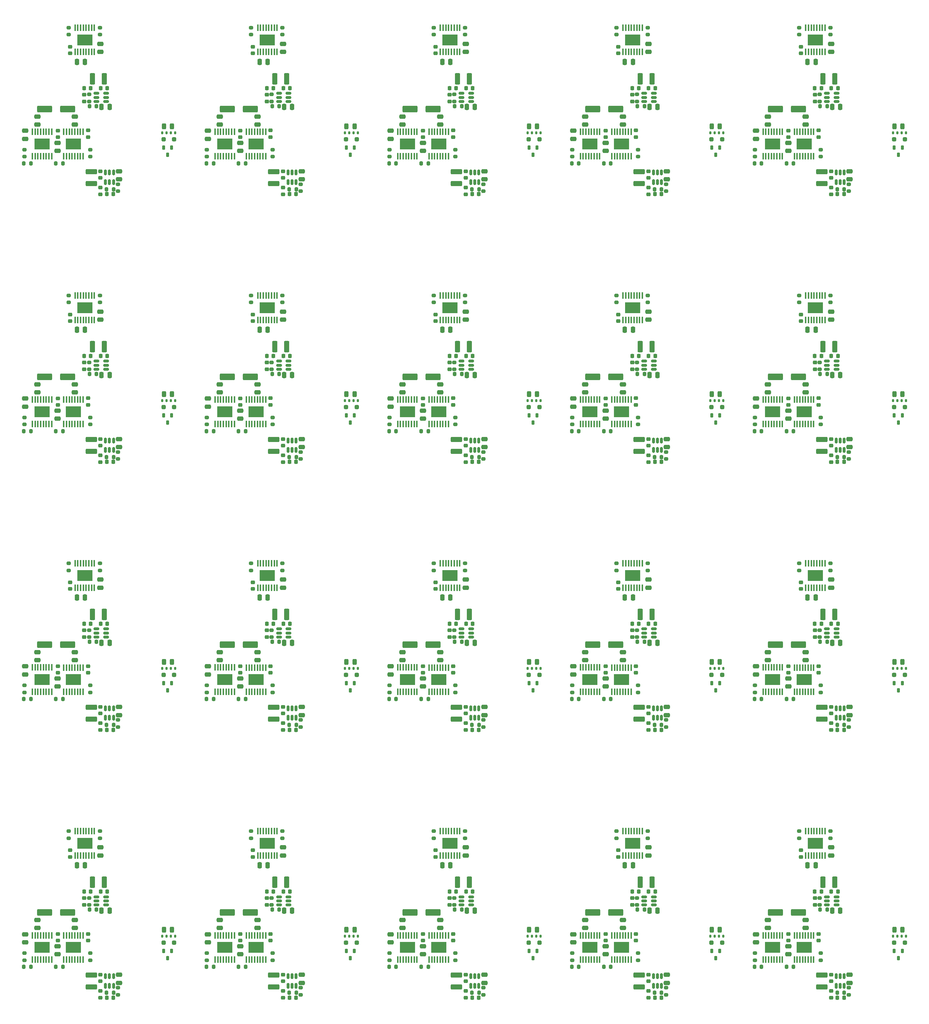
<source format=gbr>
%TF.GenerationSoftware,KiCad,Pcbnew,(7.0.0)*%
%TF.CreationDate,2023-04-25T01:58:54-04:00*%
%TF.ProjectId,NoU2-panelized2,4e6f5532-2d70-4616-9e65-6c697a656432,rev?*%
%TF.SameCoordinates,Original*%
%TF.FileFunction,Paste,Top*%
%TF.FilePolarity,Positive*%
%FSLAX46Y46*%
G04 Gerber Fmt 4.6, Leading zero omitted, Abs format (unit mm)*
G04 Created by KiCad (PCBNEW (7.0.0)) date 2023-04-25 01:58:54*
%MOMM*%
%LPD*%
G01*
G04 APERTURE LIST*
G04 Aperture macros list*
%AMRoundRect*
0 Rectangle with rounded corners*
0 $1 Rounding radius*
0 $2 $3 $4 $5 $6 $7 $8 $9 X,Y pos of 4 corners*
0 Add a 4 corners polygon primitive as box body*
4,1,4,$2,$3,$4,$5,$6,$7,$8,$9,$2,$3,0*
0 Add four circle primitives for the rounded corners*
1,1,$1+$1,$2,$3*
1,1,$1+$1,$4,$5*
1,1,$1+$1,$6,$7*
1,1,$1+$1,$8,$9*
0 Add four rect primitives between the rounded corners*
20,1,$1+$1,$2,$3,$4,$5,0*
20,1,$1+$1,$4,$5,$6,$7,0*
20,1,$1+$1,$6,$7,$8,$9,0*
20,1,$1+$1,$8,$9,$2,$3,0*%
G04 Aperture macros list end*
%ADD10R,3.556000X2.540000*%
%ADD11RoundRect,0.100000X0.100000X-0.687500X0.100000X0.687500X-0.100000X0.687500X-0.100000X-0.687500X0*%
%ADD12RoundRect,0.135000X0.135000X0.185000X-0.135000X0.185000X-0.135000X-0.185000X0.135000X-0.185000X0*%
%ADD13RoundRect,0.200000X0.275000X-0.200000X0.275000X0.200000X-0.275000X0.200000X-0.275000X-0.200000X0*%
%ADD14RoundRect,0.200000X-0.275000X0.200000X-0.275000X-0.200000X0.275000X-0.200000X0.275000X0.200000X0*%
%ADD15RoundRect,0.150000X-0.512500X-0.150000X0.512500X-0.150000X0.512500X0.150000X-0.512500X0.150000X0*%
%ADD16RoundRect,0.250000X-0.250000X-0.250000X0.250000X-0.250000X0.250000X0.250000X-0.250000X0.250000X0*%
%ADD17RoundRect,0.135000X-0.135000X-0.185000X0.135000X-0.185000X0.135000X0.185000X-0.135000X0.185000X0*%
%ADD18RoundRect,0.250000X1.500000X0.550000X-1.500000X0.550000X-1.500000X-0.550000X1.500000X-0.550000X0*%
%ADD19RoundRect,0.150000X0.150000X-0.512500X0.150000X0.512500X-0.150000X0.512500X-0.150000X-0.512500X0*%
%ADD20RoundRect,0.243750X-0.243750X-0.456250X0.243750X-0.456250X0.243750X0.456250X-0.243750X0.456250X0*%
%ADD21RoundRect,0.100000X-0.100000X0.687500X-0.100000X-0.687500X0.100000X-0.687500X0.100000X0.687500X0*%
%ADD22RoundRect,0.200000X0.200000X0.275000X-0.200000X0.275000X-0.200000X-0.275000X0.200000X-0.275000X0*%
%ADD23RoundRect,0.200000X-0.200000X-0.275000X0.200000X-0.275000X0.200000X0.275000X-0.200000X0.275000X0*%
%ADD24RoundRect,0.150000X-0.150000X0.400000X-0.150000X-0.400000X0.150000X-0.400000X0.150000X0.400000X0*%
%ADD25RoundRect,0.250000X0.375000X1.075000X-0.375000X1.075000X-0.375000X-1.075000X0.375000X-1.075000X0*%
%ADD26RoundRect,0.250000X-1.075000X0.375000X-1.075000X-0.375000X1.075000X-0.375000X1.075000X0.375000X0*%
%ADD27RoundRect,0.250000X-0.250000X-0.475000X0.250000X-0.475000X0.250000X0.475000X-0.250000X0.475000X0*%
%ADD28RoundRect,0.250000X0.475000X-0.250000X0.475000X0.250000X-0.475000X0.250000X-0.475000X-0.250000X0*%
%ADD29RoundRect,0.225000X0.250000X-0.225000X0.250000X0.225000X-0.250000X0.225000X-0.250000X-0.225000X0*%
%ADD30RoundRect,0.225000X-0.225000X-0.250000X0.225000X-0.250000X0.225000X0.250000X-0.225000X0.250000X0*%
%ADD31RoundRect,0.225000X0.225000X0.250000X-0.225000X0.250000X-0.225000X-0.250000X0.225000X-0.250000X0*%
%ADD32RoundRect,0.250000X-0.475000X0.250000X-0.475000X-0.250000X0.475000X-0.250000X0.475000X0.250000X0*%
%ADD33RoundRect,0.225000X-0.250000X0.225000X-0.250000X-0.225000X0.250000X-0.225000X0.250000X0.225000X0*%
G04 APERTURE END LIST*
D10*
%TO.C,U1*%
X187491965Y-227222344D03*
D11*
X185216966Y-230084845D03*
X185866966Y-230084845D03*
X186516966Y-230084845D03*
X187166966Y-230084845D03*
X187816966Y-230084845D03*
X188466966Y-230084845D03*
X189116966Y-230084845D03*
X189766966Y-230084845D03*
X189766966Y-224359845D03*
X189116966Y-224359845D03*
X188466966Y-224359845D03*
X187816966Y-224359845D03*
X187166966Y-224359845D03*
X186516966Y-224359845D03*
X185866966Y-224359845D03*
X185216966Y-224359845D03*
%TD*%
D10*
%TO.C,U1*%
X101491965Y-227222344D03*
D11*
X99216966Y-230084845D03*
X99866966Y-230084845D03*
X100516966Y-230084845D03*
X101166966Y-230084845D03*
X101816966Y-230084845D03*
X102466966Y-230084845D03*
X103116966Y-230084845D03*
X103766966Y-230084845D03*
X103766966Y-224359845D03*
X103116966Y-224359845D03*
X102466966Y-224359845D03*
X101816966Y-224359845D03*
X101166966Y-224359845D03*
X100516966Y-224359845D03*
X99866966Y-224359845D03*
X99216966Y-224359845D03*
%TD*%
D10*
%TO.C,U1*%
X144491965Y-227222344D03*
D11*
X142216966Y-230084845D03*
X142866966Y-230084845D03*
X143516966Y-230084845D03*
X144166966Y-230084845D03*
X144816966Y-230084845D03*
X145466966Y-230084845D03*
X146116966Y-230084845D03*
X146766966Y-230084845D03*
X146766966Y-224359845D03*
X146116966Y-224359845D03*
X145466966Y-224359845D03*
X144816966Y-224359845D03*
X144166966Y-224359845D03*
X143516966Y-224359845D03*
X142866966Y-224359845D03*
X142216966Y-224359845D03*
%TD*%
D10*
%TO.C,U1*%
X58491965Y-164222344D03*
D11*
X56216966Y-167084845D03*
X56866966Y-167084845D03*
X57516966Y-167084845D03*
X58166966Y-167084845D03*
X58816966Y-167084845D03*
X59466966Y-167084845D03*
X60116966Y-167084845D03*
X60766966Y-167084845D03*
X60766966Y-161359845D03*
X60116966Y-161359845D03*
X59466966Y-161359845D03*
X58816966Y-161359845D03*
X58166966Y-161359845D03*
X57516966Y-161359845D03*
X56866966Y-161359845D03*
X56216966Y-161359845D03*
%TD*%
D10*
%TO.C,U1*%
X15491965Y-164222344D03*
D11*
X13216966Y-167084845D03*
X13866966Y-167084845D03*
X14516966Y-167084845D03*
X15166966Y-167084845D03*
X15816966Y-167084845D03*
X16466966Y-167084845D03*
X17116966Y-167084845D03*
X17766966Y-167084845D03*
X17766966Y-161359845D03*
X17116966Y-161359845D03*
X16466966Y-161359845D03*
X15816966Y-161359845D03*
X15166966Y-161359845D03*
X14516966Y-161359845D03*
X13866966Y-161359845D03*
X13216966Y-161359845D03*
%TD*%
D10*
%TO.C,U1*%
X101491965Y-164222344D03*
D11*
X99216966Y-167084845D03*
X99866966Y-167084845D03*
X100516966Y-167084845D03*
X101166966Y-167084845D03*
X101816966Y-167084845D03*
X102466966Y-167084845D03*
X103116966Y-167084845D03*
X103766966Y-167084845D03*
X103766966Y-161359845D03*
X103116966Y-161359845D03*
X102466966Y-161359845D03*
X101816966Y-161359845D03*
X101166966Y-161359845D03*
X100516966Y-161359845D03*
X99866966Y-161359845D03*
X99216966Y-161359845D03*
%TD*%
D10*
%TO.C,U1*%
X144491965Y-101222344D03*
D11*
X142216966Y-104084845D03*
X142866966Y-104084845D03*
X143516966Y-104084845D03*
X144166966Y-104084845D03*
X144816966Y-104084845D03*
X145466966Y-104084845D03*
X146116966Y-104084845D03*
X146766966Y-104084845D03*
X146766966Y-98359845D03*
X146116966Y-98359845D03*
X145466966Y-98359845D03*
X144816966Y-98359845D03*
X144166966Y-98359845D03*
X143516966Y-98359845D03*
X142866966Y-98359845D03*
X142216966Y-98359845D03*
%TD*%
D10*
%TO.C,U1*%
X15491965Y-227222344D03*
D11*
X13216966Y-230084845D03*
X13866966Y-230084845D03*
X14516966Y-230084845D03*
X15166966Y-230084845D03*
X15816966Y-230084845D03*
X16466966Y-230084845D03*
X17116966Y-230084845D03*
X17766966Y-230084845D03*
X17766966Y-224359845D03*
X17116966Y-224359845D03*
X16466966Y-224359845D03*
X15816966Y-224359845D03*
X15166966Y-224359845D03*
X14516966Y-224359845D03*
X13866966Y-224359845D03*
X13216966Y-224359845D03*
%TD*%
D10*
%TO.C,U1*%
X58491965Y-227222344D03*
D11*
X56216966Y-230084845D03*
X56866966Y-230084845D03*
X57516966Y-230084845D03*
X58166966Y-230084845D03*
X58816966Y-230084845D03*
X59466966Y-230084845D03*
X60116966Y-230084845D03*
X60766966Y-230084845D03*
X60766966Y-224359845D03*
X60116966Y-224359845D03*
X59466966Y-224359845D03*
X58816966Y-224359845D03*
X58166966Y-224359845D03*
X57516966Y-224359845D03*
X56866966Y-224359845D03*
X56216966Y-224359845D03*
%TD*%
D10*
%TO.C,U1*%
X187491965Y-164222344D03*
D11*
X185216966Y-167084845D03*
X185866966Y-167084845D03*
X186516966Y-167084845D03*
X187166966Y-167084845D03*
X187816966Y-167084845D03*
X188466966Y-167084845D03*
X189116966Y-167084845D03*
X189766966Y-167084845D03*
X189766966Y-161359845D03*
X189116966Y-161359845D03*
X188466966Y-161359845D03*
X187816966Y-161359845D03*
X187166966Y-161359845D03*
X186516966Y-161359845D03*
X185866966Y-161359845D03*
X185216966Y-161359845D03*
%TD*%
D10*
%TO.C,U1*%
X101491965Y-101222344D03*
D11*
X99216966Y-104084845D03*
X99866966Y-104084845D03*
X100516966Y-104084845D03*
X101166966Y-104084845D03*
X101816966Y-104084845D03*
X102466966Y-104084845D03*
X103116966Y-104084845D03*
X103766966Y-104084845D03*
X103766966Y-98359845D03*
X103116966Y-98359845D03*
X102466966Y-98359845D03*
X101816966Y-98359845D03*
X101166966Y-98359845D03*
X100516966Y-98359845D03*
X99866966Y-98359845D03*
X99216966Y-98359845D03*
%TD*%
D10*
%TO.C,U1*%
X15491965Y-101222344D03*
D11*
X13216966Y-104084845D03*
X13866966Y-104084845D03*
X14516966Y-104084845D03*
X15166966Y-104084845D03*
X15816966Y-104084845D03*
X16466966Y-104084845D03*
X17116966Y-104084845D03*
X17766966Y-104084845D03*
X17766966Y-98359845D03*
X17116966Y-98359845D03*
X16466966Y-98359845D03*
X15816966Y-98359845D03*
X15166966Y-98359845D03*
X14516966Y-98359845D03*
X13866966Y-98359845D03*
X13216966Y-98359845D03*
%TD*%
D10*
%TO.C,U1*%
X144491965Y-38222344D03*
D11*
X142216966Y-41084845D03*
X142866966Y-41084845D03*
X143516966Y-41084845D03*
X144166966Y-41084845D03*
X144816966Y-41084845D03*
X145466966Y-41084845D03*
X146116966Y-41084845D03*
X146766966Y-41084845D03*
X146766966Y-35359845D03*
X146116966Y-35359845D03*
X145466966Y-35359845D03*
X144816966Y-35359845D03*
X144166966Y-35359845D03*
X143516966Y-35359845D03*
X142866966Y-35359845D03*
X142216966Y-35359845D03*
%TD*%
D10*
%TO.C,U1*%
X187491965Y-38222344D03*
D11*
X185216966Y-41084845D03*
X185866966Y-41084845D03*
X186516966Y-41084845D03*
X187166966Y-41084845D03*
X187816966Y-41084845D03*
X188466966Y-41084845D03*
X189116966Y-41084845D03*
X189766966Y-41084845D03*
X189766966Y-35359845D03*
X189116966Y-35359845D03*
X188466966Y-35359845D03*
X187816966Y-35359845D03*
X187166966Y-35359845D03*
X186516966Y-35359845D03*
X185866966Y-35359845D03*
X185216966Y-35359845D03*
%TD*%
D10*
%TO.C,U1*%
X58491965Y-101222344D03*
D11*
X56216966Y-104084845D03*
X56866966Y-104084845D03*
X57516966Y-104084845D03*
X58166966Y-104084845D03*
X58816966Y-104084845D03*
X59466966Y-104084845D03*
X60116966Y-104084845D03*
X60766966Y-104084845D03*
X60766966Y-98359845D03*
X60116966Y-98359845D03*
X59466966Y-98359845D03*
X58816966Y-98359845D03*
X58166966Y-98359845D03*
X57516966Y-98359845D03*
X56866966Y-98359845D03*
X56216966Y-98359845D03*
%TD*%
D10*
%TO.C,U1*%
X101491965Y-38222344D03*
D11*
X99216966Y-41084845D03*
X99866966Y-41084845D03*
X100516966Y-41084845D03*
X101166966Y-41084845D03*
X101816966Y-41084845D03*
X102466966Y-41084845D03*
X103116966Y-41084845D03*
X103766966Y-41084845D03*
X103766966Y-35359845D03*
X103116966Y-35359845D03*
X102466966Y-35359845D03*
X101816966Y-35359845D03*
X101166966Y-35359845D03*
X100516966Y-35359845D03*
X99866966Y-35359845D03*
X99216966Y-35359845D03*
%TD*%
D10*
%TO.C,U1*%
X144491965Y-164222344D03*
D11*
X142216966Y-167084845D03*
X142866966Y-167084845D03*
X143516966Y-167084845D03*
X144166966Y-167084845D03*
X144816966Y-167084845D03*
X145466966Y-167084845D03*
X146116966Y-167084845D03*
X146766966Y-167084845D03*
X146766966Y-161359845D03*
X146116966Y-161359845D03*
X145466966Y-161359845D03*
X144816966Y-161359845D03*
X144166966Y-161359845D03*
X143516966Y-161359845D03*
X142866966Y-161359845D03*
X142216966Y-161359845D03*
%TD*%
D10*
%TO.C,U1*%
X58491965Y-38222344D03*
D11*
X56216966Y-41084845D03*
X56866966Y-41084845D03*
X57516966Y-41084845D03*
X58166966Y-41084845D03*
X58816966Y-41084845D03*
X59466966Y-41084845D03*
X60116966Y-41084845D03*
X60766966Y-41084845D03*
X60766966Y-35359845D03*
X60116966Y-35359845D03*
X59466966Y-35359845D03*
X58816966Y-35359845D03*
X58166966Y-35359845D03*
X57516966Y-35359845D03*
X56866966Y-35359845D03*
X56216966Y-35359845D03*
%TD*%
D10*
%TO.C,U1*%
X15491965Y-38222344D03*
D11*
X13216966Y-41084845D03*
X13866966Y-41084845D03*
X14516966Y-41084845D03*
X15166966Y-41084845D03*
X15816966Y-41084845D03*
X16466966Y-41084845D03*
X17116966Y-41084845D03*
X17766966Y-41084845D03*
X17766966Y-35359845D03*
X17116966Y-35359845D03*
X16466966Y-35359845D03*
X15816966Y-35359845D03*
X15166966Y-35359845D03*
X14516966Y-35359845D03*
X13866966Y-35359845D03*
X13216966Y-35359845D03*
%TD*%
D10*
%TO.C,U1*%
X187491965Y-101222344D03*
D11*
X185216966Y-104084845D03*
X185866966Y-104084845D03*
X186516966Y-104084845D03*
X187166966Y-104084845D03*
X187816966Y-104084845D03*
X188466966Y-104084845D03*
X189116966Y-104084845D03*
X189766966Y-104084845D03*
X189766966Y-98359845D03*
X189116966Y-98359845D03*
X188466966Y-98359845D03*
X187816966Y-98359845D03*
X187166966Y-98359845D03*
X186516966Y-98359845D03*
X185866966Y-98359845D03*
X185216966Y-98359845D03*
%TD*%
D12*
%TO.C,R5*%
X218861000Y-161560000D03*
X217841000Y-161560000D03*
%TD*%
%TO.C,R5*%
X175861000Y-224560000D03*
X174841000Y-224560000D03*
%TD*%
%TO.C,R5*%
X46861000Y-224560000D03*
X45841000Y-224560000D03*
%TD*%
%TO.C,R5*%
X132861000Y-224560000D03*
X131841000Y-224560000D03*
%TD*%
%TO.C,R5*%
X89861000Y-161560000D03*
X88841000Y-161560000D03*
%TD*%
%TO.C,R5*%
X89861000Y-224560000D03*
X88841000Y-224560000D03*
%TD*%
%TO.C,R5*%
X218861000Y-224560000D03*
X217841000Y-224560000D03*
%TD*%
%TO.C,R5*%
X132861000Y-161560000D03*
X131841000Y-161560000D03*
%TD*%
%TO.C,R5*%
X175861000Y-98560000D03*
X174841000Y-98560000D03*
%TD*%
%TO.C,R5*%
X218861000Y-98560000D03*
X217841000Y-98560000D03*
%TD*%
%TO.C,R5*%
X132861000Y-98560000D03*
X131841000Y-98560000D03*
%TD*%
%TO.C,R5*%
X46861000Y-98560000D03*
X45841000Y-98560000D03*
%TD*%
%TO.C,R5*%
X218861000Y-35560000D03*
X217841000Y-35560000D03*
%TD*%
%TO.C,R5*%
X175861000Y-35560000D03*
X174841000Y-35560000D03*
%TD*%
%TO.C,R5*%
X175861000Y-161560000D03*
X174841000Y-161560000D03*
%TD*%
%TO.C,R5*%
X89861000Y-35560000D03*
X88841000Y-35560000D03*
%TD*%
%TO.C,R5*%
X46861000Y-161560000D03*
X45841000Y-161560000D03*
%TD*%
%TO.C,R5*%
X46861000Y-35560000D03*
X45841000Y-35560000D03*
%TD*%
%TO.C,R5*%
X89861000Y-98560000D03*
X88841000Y-98560000D03*
%TD*%
%TO.C,R5*%
X132861000Y-35560000D03*
X131841000Y-35560000D03*
%TD*%
D13*
%TO.C,R8*%
X21733000Y-201509000D03*
X21733000Y-199859000D03*
%TD*%
%TO.C,R8*%
X64733000Y-138509000D03*
X64733000Y-136859000D03*
%TD*%
%TO.C,R8*%
X150733000Y-75509000D03*
X150733000Y-73859000D03*
%TD*%
%TO.C,R8*%
X21733000Y-75509000D03*
X21733000Y-73859000D03*
%TD*%
%TO.C,R8*%
X107733000Y-75509000D03*
X107733000Y-73859000D03*
%TD*%
%TO.C,R8*%
X193733000Y-138509000D03*
X193733000Y-136859000D03*
%TD*%
%TO.C,R8*%
X107733000Y-138509000D03*
X107733000Y-136859000D03*
%TD*%
%TO.C,R8*%
X193733000Y-12509000D03*
X193733000Y-10859000D03*
%TD*%
%TO.C,R8*%
X193733000Y-201509000D03*
X193733000Y-199859000D03*
%TD*%
%TO.C,R8*%
X150733000Y-201509000D03*
X150733000Y-199859000D03*
%TD*%
%TO.C,R8*%
X64733000Y-201509000D03*
X64733000Y-199859000D03*
%TD*%
%TO.C,R8*%
X64733000Y-75509000D03*
X64733000Y-73859000D03*
%TD*%
%TO.C,R8*%
X107733000Y-201509000D03*
X107733000Y-199859000D03*
%TD*%
%TO.C,R8*%
X21733000Y-138509000D03*
X21733000Y-136859000D03*
%TD*%
%TO.C,R8*%
X193733000Y-75509000D03*
X193733000Y-73859000D03*
%TD*%
%TO.C,R8*%
X150733000Y-138509000D03*
X150733000Y-136859000D03*
%TD*%
%TO.C,R8*%
X21733000Y-12509000D03*
X21733000Y-10859000D03*
%TD*%
%TO.C,R8*%
X150733000Y-12509000D03*
X150733000Y-10859000D03*
%TD*%
%TO.C,R8*%
X64733000Y-12509000D03*
X64733000Y-10859000D03*
%TD*%
%TO.C,R8*%
X107733000Y-12509000D03*
X107733000Y-10859000D03*
%TD*%
D14*
%TO.C,R7*%
X198813000Y-228561000D03*
X198813000Y-230211000D03*
%TD*%
%TO.C,R7*%
X112813000Y-228561000D03*
X112813000Y-230211000D03*
%TD*%
%TO.C,R7*%
X112813000Y-165561000D03*
X112813000Y-167211000D03*
%TD*%
%TO.C,R7*%
X198813000Y-165561000D03*
X198813000Y-167211000D03*
%TD*%
%TO.C,R7*%
X155813000Y-228561000D03*
X155813000Y-230211000D03*
%TD*%
%TO.C,R7*%
X69813000Y-228561000D03*
X69813000Y-230211000D03*
%TD*%
%TO.C,R7*%
X26813000Y-228561000D03*
X26813000Y-230211000D03*
%TD*%
%TO.C,R7*%
X69813000Y-165561000D03*
X69813000Y-167211000D03*
%TD*%
%TO.C,R7*%
X26813000Y-165561000D03*
X26813000Y-167211000D03*
%TD*%
%TO.C,R7*%
X155813000Y-102561000D03*
X155813000Y-104211000D03*
%TD*%
%TO.C,R7*%
X26813000Y-102561000D03*
X26813000Y-104211000D03*
%TD*%
%TO.C,R7*%
X198813000Y-39561000D03*
X198813000Y-41211000D03*
%TD*%
%TO.C,R7*%
X26813000Y-39561000D03*
X26813000Y-41211000D03*
%TD*%
%TO.C,R7*%
X112813000Y-102561000D03*
X112813000Y-104211000D03*
%TD*%
%TO.C,R7*%
X69813000Y-102561000D03*
X69813000Y-104211000D03*
%TD*%
%TO.C,R7*%
X155813000Y-39561000D03*
X155813000Y-41211000D03*
%TD*%
%TO.C,R7*%
X155813000Y-165561000D03*
X155813000Y-167211000D03*
%TD*%
%TO.C,R7*%
X112813000Y-39561000D03*
X112813000Y-41211000D03*
%TD*%
%TO.C,R7*%
X69813000Y-39561000D03*
X69813000Y-41211000D03*
%TD*%
%TO.C,R7*%
X198813000Y-102561000D03*
X198813000Y-104211000D03*
%TD*%
D15*
%TO.C,U11*%
X200263500Y-152300000D03*
X200263500Y-153250000D03*
X200263500Y-154200000D03*
X202538500Y-154200000D03*
X202538500Y-153250000D03*
X202538500Y-152300000D03*
%TD*%
%TO.C,U11*%
X71263500Y-215300000D03*
X71263500Y-216250000D03*
X71263500Y-217200000D03*
X73538500Y-217200000D03*
X73538500Y-216250000D03*
X73538500Y-215300000D03*
%TD*%
%TO.C,U11*%
X200263500Y-215300000D03*
X200263500Y-216250000D03*
X200263500Y-217200000D03*
X202538500Y-217200000D03*
X202538500Y-216250000D03*
X202538500Y-215300000D03*
%TD*%
%TO.C,U11*%
X28263500Y-215300000D03*
X28263500Y-216250000D03*
X28263500Y-217200000D03*
X30538500Y-217200000D03*
X30538500Y-216250000D03*
X30538500Y-215300000D03*
%TD*%
%TO.C,U11*%
X157263500Y-215300000D03*
X157263500Y-216250000D03*
X157263500Y-217200000D03*
X159538500Y-217200000D03*
X159538500Y-216250000D03*
X159538500Y-215300000D03*
%TD*%
%TO.C,U11*%
X28263500Y-152300000D03*
X28263500Y-153250000D03*
X28263500Y-154200000D03*
X30538500Y-154200000D03*
X30538500Y-153250000D03*
X30538500Y-152300000D03*
%TD*%
%TO.C,U11*%
X114263500Y-215300000D03*
X114263500Y-216250000D03*
X114263500Y-217200000D03*
X116538500Y-217200000D03*
X116538500Y-216250000D03*
X116538500Y-215300000D03*
%TD*%
%TO.C,U11*%
X71263500Y-152300000D03*
X71263500Y-153250000D03*
X71263500Y-154200000D03*
X73538500Y-154200000D03*
X73538500Y-153250000D03*
X73538500Y-152300000D03*
%TD*%
%TO.C,U11*%
X157263500Y-152300000D03*
X157263500Y-153250000D03*
X157263500Y-154200000D03*
X159538500Y-154200000D03*
X159538500Y-153250000D03*
X159538500Y-152300000D03*
%TD*%
%TO.C,U11*%
X157263500Y-89300000D03*
X157263500Y-90250000D03*
X157263500Y-91200000D03*
X159538500Y-91200000D03*
X159538500Y-90250000D03*
X159538500Y-89300000D03*
%TD*%
%TO.C,U11*%
X200263500Y-89300000D03*
X200263500Y-90250000D03*
X200263500Y-91200000D03*
X202538500Y-91200000D03*
X202538500Y-90250000D03*
X202538500Y-89300000D03*
%TD*%
%TO.C,U11*%
X114263500Y-89300000D03*
X114263500Y-90250000D03*
X114263500Y-91200000D03*
X116538500Y-91200000D03*
X116538500Y-90250000D03*
X116538500Y-89300000D03*
%TD*%
%TO.C,U11*%
X28263500Y-89300000D03*
X28263500Y-90250000D03*
X28263500Y-91200000D03*
X30538500Y-91200000D03*
X30538500Y-90250000D03*
X30538500Y-89300000D03*
%TD*%
%TO.C,U11*%
X200263500Y-26300000D03*
X200263500Y-27250000D03*
X200263500Y-28200000D03*
X202538500Y-28200000D03*
X202538500Y-27250000D03*
X202538500Y-26300000D03*
%TD*%
%TO.C,U11*%
X71263500Y-26300000D03*
X71263500Y-27250000D03*
X71263500Y-28200000D03*
X73538500Y-28200000D03*
X73538500Y-27250000D03*
X73538500Y-26300000D03*
%TD*%
%TO.C,U11*%
X71263500Y-89300000D03*
X71263500Y-90250000D03*
X71263500Y-91200000D03*
X73538500Y-91200000D03*
X73538500Y-90250000D03*
X73538500Y-89300000D03*
%TD*%
%TO.C,U11*%
X157263500Y-26300000D03*
X157263500Y-27250000D03*
X157263500Y-28200000D03*
X159538500Y-28200000D03*
X159538500Y-27250000D03*
X159538500Y-26300000D03*
%TD*%
%TO.C,U11*%
X114263500Y-26300000D03*
X114263500Y-27250000D03*
X114263500Y-28200000D03*
X116538500Y-28200000D03*
X116538500Y-27250000D03*
X116538500Y-26300000D03*
%TD*%
%TO.C,U11*%
X28263500Y-26300000D03*
X28263500Y-27250000D03*
X28263500Y-28200000D03*
X30538500Y-28200000D03*
X30538500Y-27250000D03*
X30538500Y-26300000D03*
%TD*%
%TO.C,U11*%
X114263500Y-152300000D03*
X114263500Y-153250000D03*
X114263500Y-154200000D03*
X116538500Y-154200000D03*
X116538500Y-153250000D03*
X116538500Y-152300000D03*
%TD*%
D14*
%TO.C,R6*%
X97319000Y-228561000D03*
X97319000Y-230211000D03*
%TD*%
%TO.C,R6*%
X183319000Y-102561000D03*
X183319000Y-104211000D03*
%TD*%
%TO.C,R6*%
X183319000Y-228561000D03*
X183319000Y-230211000D03*
%TD*%
%TO.C,R6*%
X140319000Y-102561000D03*
X140319000Y-104211000D03*
%TD*%
%TO.C,R6*%
X183319000Y-165561000D03*
X183319000Y-167211000D03*
%TD*%
%TO.C,R6*%
X97319000Y-165561000D03*
X97319000Y-167211000D03*
%TD*%
%TO.C,R6*%
X11319000Y-165561000D03*
X11319000Y-167211000D03*
%TD*%
%TO.C,R6*%
X140319000Y-228561000D03*
X140319000Y-230211000D03*
%TD*%
%TO.C,R6*%
X54319000Y-228561000D03*
X54319000Y-230211000D03*
%TD*%
%TO.C,R6*%
X54319000Y-165561000D03*
X54319000Y-167211000D03*
%TD*%
%TO.C,R6*%
X11319000Y-228561000D03*
X11319000Y-230211000D03*
%TD*%
%TO.C,R6*%
X140319000Y-165561000D03*
X140319000Y-167211000D03*
%TD*%
%TO.C,R6*%
X11319000Y-102561000D03*
X11319000Y-104211000D03*
%TD*%
%TO.C,R6*%
X183319000Y-39561000D03*
X183319000Y-41211000D03*
%TD*%
%TO.C,R6*%
X140319000Y-39561000D03*
X140319000Y-41211000D03*
%TD*%
%TO.C,R6*%
X54319000Y-39561000D03*
X54319000Y-41211000D03*
%TD*%
%TO.C,R6*%
X11319000Y-39561000D03*
X11319000Y-41211000D03*
%TD*%
%TO.C,R6*%
X97319000Y-102561000D03*
X97319000Y-104211000D03*
%TD*%
%TO.C,R6*%
X54319000Y-102561000D03*
X54319000Y-104211000D03*
%TD*%
%TO.C,R6*%
X97319000Y-39561000D03*
X97319000Y-41211000D03*
%TD*%
D16*
%TO.C,D3*%
X173085000Y-226084000D03*
X175585000Y-226084000D03*
%TD*%
%TO.C,D3*%
X130085000Y-226084000D03*
X132585000Y-226084000D03*
%TD*%
%TO.C,D3*%
X87085000Y-226084000D03*
X89585000Y-226084000D03*
%TD*%
%TO.C,D3*%
X44085000Y-226084000D03*
X46585000Y-226084000D03*
%TD*%
%TO.C,D3*%
X216085000Y-226084000D03*
X218585000Y-226084000D03*
%TD*%
%TO.C,D3*%
X173085000Y-163084000D03*
X175585000Y-163084000D03*
%TD*%
%TO.C,D3*%
X216085000Y-163084000D03*
X218585000Y-163084000D03*
%TD*%
%TO.C,D3*%
X44085000Y-163084000D03*
X46585000Y-163084000D03*
%TD*%
%TO.C,D3*%
X173085000Y-100084000D03*
X175585000Y-100084000D03*
%TD*%
%TO.C,D3*%
X216085000Y-100084000D03*
X218585000Y-100084000D03*
%TD*%
%TO.C,D3*%
X44085000Y-100084000D03*
X46585000Y-100084000D03*
%TD*%
%TO.C,D3*%
X216085000Y-37084000D03*
X218585000Y-37084000D03*
%TD*%
%TO.C,D3*%
X173085000Y-37084000D03*
X175585000Y-37084000D03*
%TD*%
%TO.C,D3*%
X130085000Y-37084000D03*
X132585000Y-37084000D03*
%TD*%
%TO.C,D3*%
X87085000Y-37084000D03*
X89585000Y-37084000D03*
%TD*%
%TO.C,D3*%
X44085000Y-37084000D03*
X46585000Y-37084000D03*
%TD*%
%TO.C,D3*%
X87085000Y-100084000D03*
X89585000Y-100084000D03*
%TD*%
%TO.C,D3*%
X87085000Y-163084000D03*
X89585000Y-163084000D03*
%TD*%
%TO.C,D3*%
X130085000Y-163084000D03*
X132585000Y-163084000D03*
%TD*%
%TO.C,D3*%
X130085000Y-100084000D03*
X132585000Y-100084000D03*
%TD*%
D17*
%TO.C,R14*%
X86809000Y-224560000D03*
X87829000Y-224560000D03*
%TD*%
%TO.C,R14*%
X172809000Y-161560000D03*
X173829000Y-161560000D03*
%TD*%
%TO.C,R14*%
X172809000Y-98560000D03*
X173829000Y-98560000D03*
%TD*%
%TO.C,R14*%
X129809000Y-161560000D03*
X130829000Y-161560000D03*
%TD*%
%TO.C,R14*%
X43809000Y-98560000D03*
X44829000Y-98560000D03*
%TD*%
%TO.C,R14*%
X215809000Y-98560000D03*
X216829000Y-98560000D03*
%TD*%
%TO.C,R14*%
X129809000Y-35560000D03*
X130829000Y-35560000D03*
%TD*%
%TO.C,R14*%
X129809000Y-224560000D03*
X130829000Y-224560000D03*
%TD*%
%TO.C,R14*%
X215809000Y-161560000D03*
X216829000Y-161560000D03*
%TD*%
%TO.C,R14*%
X86809000Y-98560000D03*
X87829000Y-98560000D03*
%TD*%
%TO.C,R14*%
X86809000Y-161560000D03*
X87829000Y-161560000D03*
%TD*%
%TO.C,R14*%
X215809000Y-35560000D03*
X216829000Y-35560000D03*
%TD*%
%TO.C,R14*%
X172809000Y-224560000D03*
X173829000Y-224560000D03*
%TD*%
%TO.C,R14*%
X215809000Y-224560000D03*
X216829000Y-224560000D03*
%TD*%
%TO.C,R14*%
X43809000Y-224560000D03*
X44829000Y-224560000D03*
%TD*%
%TO.C,R14*%
X43809000Y-161560000D03*
X44829000Y-161560000D03*
%TD*%
%TO.C,R14*%
X129809000Y-98560000D03*
X130829000Y-98560000D03*
%TD*%
%TO.C,R14*%
X86809000Y-35560000D03*
X87829000Y-35560000D03*
%TD*%
%TO.C,R14*%
X43809000Y-35560000D03*
X44829000Y-35560000D03*
%TD*%
%TO.C,R14*%
X172809000Y-35560000D03*
X173829000Y-35560000D03*
%TD*%
D18*
%TO.C,C17*%
X107537400Y-218997400D03*
X102137400Y-218997400D03*
%TD*%
%TO.C,C17*%
X150537400Y-218997400D03*
X145137400Y-218997400D03*
%TD*%
%TO.C,C17*%
X21537400Y-218997400D03*
X16137400Y-218997400D03*
%TD*%
%TO.C,C17*%
X64537400Y-155997400D03*
X59137400Y-155997400D03*
%TD*%
%TO.C,C17*%
X150537400Y-92997400D03*
X145137400Y-92997400D03*
%TD*%
%TO.C,C17*%
X193537400Y-92997400D03*
X188137400Y-92997400D03*
%TD*%
%TO.C,C17*%
X64537400Y-92997400D03*
X59137400Y-92997400D03*
%TD*%
%TO.C,C17*%
X107537400Y-29997400D03*
X102137400Y-29997400D03*
%TD*%
%TO.C,C17*%
X21537400Y-29997400D03*
X16137400Y-29997400D03*
%TD*%
%TO.C,C17*%
X21537400Y-92997400D03*
X16137400Y-92997400D03*
%TD*%
%TO.C,C17*%
X107537400Y-155997400D03*
X102137400Y-155997400D03*
%TD*%
%TO.C,C17*%
X107537400Y-92997400D03*
X102137400Y-92997400D03*
%TD*%
%TO.C,C17*%
X150537400Y-155997400D03*
X145137400Y-155997400D03*
%TD*%
%TO.C,C17*%
X193537400Y-218997400D03*
X188137400Y-218997400D03*
%TD*%
%TO.C,C17*%
X150537400Y-29997400D03*
X145137400Y-29997400D03*
%TD*%
%TO.C,C17*%
X64537400Y-218997400D03*
X59137400Y-218997400D03*
%TD*%
%TO.C,C17*%
X193537400Y-155997400D03*
X188137400Y-155997400D03*
%TD*%
%TO.C,C17*%
X21537400Y-155997400D03*
X16137400Y-155997400D03*
%TD*%
%TO.C,C17*%
X193537400Y-29997400D03*
X188137400Y-29997400D03*
%TD*%
%TO.C,C17*%
X64537400Y-29997400D03*
X59137400Y-29997400D03*
%TD*%
D19*
%TO.C,U10*%
X116409600Y-236213100D03*
X117359600Y-236213100D03*
X118309600Y-236213100D03*
X118309600Y-233938100D03*
X117359600Y-233938100D03*
X116409600Y-233938100D03*
%TD*%
%TO.C,U10*%
X159409600Y-236213100D03*
X160359600Y-236213100D03*
X161309600Y-236213100D03*
X161309600Y-233938100D03*
X160359600Y-233938100D03*
X159409600Y-233938100D03*
%TD*%
%TO.C,U10*%
X73409600Y-236213100D03*
X74359600Y-236213100D03*
X75309600Y-236213100D03*
X75309600Y-233938100D03*
X74359600Y-233938100D03*
X73409600Y-233938100D03*
%TD*%
%TO.C,U10*%
X202409600Y-173213100D03*
X203359600Y-173213100D03*
X204309600Y-173213100D03*
X204309600Y-170938100D03*
X203359600Y-170938100D03*
X202409600Y-170938100D03*
%TD*%
%TO.C,U10*%
X159409600Y-173213100D03*
X160359600Y-173213100D03*
X161309600Y-173213100D03*
X161309600Y-170938100D03*
X160359600Y-170938100D03*
X159409600Y-170938100D03*
%TD*%
%TO.C,U10*%
X30409600Y-173213100D03*
X31359600Y-173213100D03*
X32309600Y-173213100D03*
X32309600Y-170938100D03*
X31359600Y-170938100D03*
X30409600Y-170938100D03*
%TD*%
%TO.C,U10*%
X202409600Y-110213100D03*
X203359600Y-110213100D03*
X204309600Y-110213100D03*
X204309600Y-107938100D03*
X203359600Y-107938100D03*
X202409600Y-107938100D03*
%TD*%
%TO.C,U10*%
X116409600Y-110213100D03*
X117359600Y-110213100D03*
X118309600Y-110213100D03*
X118309600Y-107938100D03*
X117359600Y-107938100D03*
X116409600Y-107938100D03*
%TD*%
%TO.C,U10*%
X73409600Y-47213100D03*
X74359600Y-47213100D03*
X75309600Y-47213100D03*
X75309600Y-44938100D03*
X74359600Y-44938100D03*
X73409600Y-44938100D03*
%TD*%
%TO.C,U10*%
X30409600Y-110213100D03*
X31359600Y-110213100D03*
X32309600Y-110213100D03*
X32309600Y-107938100D03*
X31359600Y-107938100D03*
X30409600Y-107938100D03*
%TD*%
%TO.C,U10*%
X73409600Y-110213100D03*
X74359600Y-110213100D03*
X75309600Y-110213100D03*
X75309600Y-107938100D03*
X74359600Y-107938100D03*
X73409600Y-107938100D03*
%TD*%
%TO.C,U10*%
X30409600Y-47213100D03*
X31359600Y-47213100D03*
X32309600Y-47213100D03*
X32309600Y-44938100D03*
X31359600Y-44938100D03*
X30409600Y-44938100D03*
%TD*%
%TO.C,U10*%
X202409600Y-47213100D03*
X203359600Y-47213100D03*
X204309600Y-47213100D03*
X204309600Y-44938100D03*
X203359600Y-44938100D03*
X202409600Y-44938100D03*
%TD*%
%TO.C,U10*%
X73409600Y-173213100D03*
X74359600Y-173213100D03*
X75309600Y-173213100D03*
X75309600Y-170938100D03*
X74359600Y-170938100D03*
X73409600Y-170938100D03*
%TD*%
%TO.C,U10*%
X202409600Y-236213100D03*
X203359600Y-236213100D03*
X204309600Y-236213100D03*
X204309600Y-233938100D03*
X203359600Y-233938100D03*
X202409600Y-233938100D03*
%TD*%
%TO.C,U10*%
X30409600Y-236213100D03*
X31359600Y-236213100D03*
X32309600Y-236213100D03*
X32309600Y-233938100D03*
X31359600Y-233938100D03*
X30409600Y-233938100D03*
%TD*%
%TO.C,U10*%
X159409600Y-110213100D03*
X160359600Y-110213100D03*
X161309600Y-110213100D03*
X161309600Y-107938100D03*
X160359600Y-107938100D03*
X159409600Y-107938100D03*
%TD*%
%TO.C,U10*%
X116409600Y-47213100D03*
X117359600Y-47213100D03*
X118309600Y-47213100D03*
X118309600Y-44938100D03*
X117359600Y-44938100D03*
X116409600Y-44938100D03*
%TD*%
%TO.C,U10*%
X116409600Y-173213100D03*
X117359600Y-173213100D03*
X118309600Y-173213100D03*
X118309600Y-170938100D03*
X117359600Y-170938100D03*
X116409600Y-170938100D03*
%TD*%
%TO.C,U10*%
X159409600Y-47213100D03*
X160359600Y-47213100D03*
X161309600Y-47213100D03*
X161309600Y-44938100D03*
X160359600Y-44938100D03*
X159409600Y-44938100D03*
%TD*%
D20*
%TO.C,D1*%
X216163500Y-223036000D03*
X218038500Y-223036000D03*
%TD*%
%TO.C,D1*%
X130163500Y-223036000D03*
X132038500Y-223036000D03*
%TD*%
%TO.C,D1*%
X173163500Y-34036000D03*
X175038500Y-34036000D03*
%TD*%
%TO.C,D1*%
X87163500Y-160036000D03*
X89038500Y-160036000D03*
%TD*%
%TO.C,D1*%
X87163500Y-34036000D03*
X89038500Y-34036000D03*
%TD*%
%TO.C,D1*%
X216163500Y-160036000D03*
X218038500Y-160036000D03*
%TD*%
%TO.C,D1*%
X44163500Y-223036000D03*
X46038500Y-223036000D03*
%TD*%
%TO.C,D1*%
X216163500Y-97036000D03*
X218038500Y-97036000D03*
%TD*%
%TO.C,D1*%
X173163500Y-160036000D03*
X175038500Y-160036000D03*
%TD*%
%TO.C,D1*%
X130163500Y-160036000D03*
X132038500Y-160036000D03*
%TD*%
%TO.C,D1*%
X44163500Y-160036000D03*
X46038500Y-160036000D03*
%TD*%
%TO.C,D1*%
X216163500Y-34036000D03*
X218038500Y-34036000D03*
%TD*%
%TO.C,D1*%
X130163500Y-34036000D03*
X132038500Y-34036000D03*
%TD*%
%TO.C,D1*%
X44163500Y-97036000D03*
X46038500Y-97036000D03*
%TD*%
%TO.C,D1*%
X44163500Y-34036000D03*
X46038500Y-34036000D03*
%TD*%
%TO.C,D1*%
X130163500Y-97036000D03*
X132038500Y-97036000D03*
%TD*%
%TO.C,D1*%
X173163500Y-97036000D03*
X175038500Y-97036000D03*
%TD*%
%TO.C,D1*%
X87163500Y-97036000D03*
X89038500Y-97036000D03*
%TD*%
%TO.C,D1*%
X87163500Y-223036000D03*
X89038500Y-223036000D03*
%TD*%
%TO.C,D1*%
X173163500Y-223036000D03*
X175038500Y-223036000D03*
%TD*%
D10*
%TO.C,U3*%
X194875999Y-227226999D03*
D11*
X192601000Y-230089500D03*
X193251000Y-230089500D03*
X193901000Y-230089500D03*
X194551000Y-230089500D03*
X195201000Y-230089500D03*
X195851000Y-230089500D03*
X196501000Y-230089500D03*
X197151000Y-230089500D03*
X197151000Y-224364500D03*
X196501000Y-224364500D03*
X195851000Y-224364500D03*
X195201000Y-224364500D03*
X194551000Y-224364500D03*
X193901000Y-224364500D03*
X193251000Y-224364500D03*
X192601000Y-224364500D03*
%TD*%
D10*
%TO.C,U3*%
X151875999Y-227226999D03*
D11*
X149601000Y-230089500D03*
X150251000Y-230089500D03*
X150901000Y-230089500D03*
X151551000Y-230089500D03*
X152201000Y-230089500D03*
X152851000Y-230089500D03*
X153501000Y-230089500D03*
X154151000Y-230089500D03*
X154151000Y-224364500D03*
X153501000Y-224364500D03*
X152851000Y-224364500D03*
X152201000Y-224364500D03*
X151551000Y-224364500D03*
X150901000Y-224364500D03*
X150251000Y-224364500D03*
X149601000Y-224364500D03*
%TD*%
D10*
%TO.C,U3*%
X22875999Y-227226999D03*
D11*
X20601000Y-230089500D03*
X21251000Y-230089500D03*
X21901000Y-230089500D03*
X22551000Y-230089500D03*
X23201000Y-230089500D03*
X23851000Y-230089500D03*
X24501000Y-230089500D03*
X25151000Y-230089500D03*
X25151000Y-224364500D03*
X24501000Y-224364500D03*
X23851000Y-224364500D03*
X23201000Y-224364500D03*
X22551000Y-224364500D03*
X21901000Y-224364500D03*
X21251000Y-224364500D03*
X20601000Y-224364500D03*
%TD*%
D10*
%TO.C,U3*%
X151875999Y-101226999D03*
D11*
X149601000Y-104089500D03*
X150251000Y-104089500D03*
X150901000Y-104089500D03*
X151551000Y-104089500D03*
X152201000Y-104089500D03*
X152851000Y-104089500D03*
X153501000Y-104089500D03*
X154151000Y-104089500D03*
X154151000Y-98364500D03*
X153501000Y-98364500D03*
X152851000Y-98364500D03*
X152201000Y-98364500D03*
X151551000Y-98364500D03*
X150901000Y-98364500D03*
X150251000Y-98364500D03*
X149601000Y-98364500D03*
%TD*%
D10*
%TO.C,U3*%
X151875999Y-38226999D03*
D11*
X149601000Y-41089500D03*
X150251000Y-41089500D03*
X150901000Y-41089500D03*
X151551000Y-41089500D03*
X152201000Y-41089500D03*
X152851000Y-41089500D03*
X153501000Y-41089500D03*
X154151000Y-41089500D03*
X154151000Y-35364500D03*
X153501000Y-35364500D03*
X152851000Y-35364500D03*
X152201000Y-35364500D03*
X151551000Y-35364500D03*
X150901000Y-35364500D03*
X150251000Y-35364500D03*
X149601000Y-35364500D03*
%TD*%
D10*
%TO.C,U3*%
X108875999Y-101226999D03*
D11*
X106601000Y-104089500D03*
X107251000Y-104089500D03*
X107901000Y-104089500D03*
X108551000Y-104089500D03*
X109201000Y-104089500D03*
X109851000Y-104089500D03*
X110501000Y-104089500D03*
X111151000Y-104089500D03*
X111151000Y-98364500D03*
X110501000Y-98364500D03*
X109851000Y-98364500D03*
X109201000Y-98364500D03*
X108551000Y-98364500D03*
X107901000Y-98364500D03*
X107251000Y-98364500D03*
X106601000Y-98364500D03*
%TD*%
D10*
%TO.C,U3*%
X108875999Y-38226999D03*
D11*
X106601000Y-41089500D03*
X107251000Y-41089500D03*
X107901000Y-41089500D03*
X108551000Y-41089500D03*
X109201000Y-41089500D03*
X109851000Y-41089500D03*
X110501000Y-41089500D03*
X111151000Y-41089500D03*
X111151000Y-35364500D03*
X110501000Y-35364500D03*
X109851000Y-35364500D03*
X109201000Y-35364500D03*
X108551000Y-35364500D03*
X107901000Y-35364500D03*
X107251000Y-35364500D03*
X106601000Y-35364500D03*
%TD*%
D10*
%TO.C,U3*%
X194875999Y-164226999D03*
D11*
X192601000Y-167089500D03*
X193251000Y-167089500D03*
X193901000Y-167089500D03*
X194551000Y-167089500D03*
X195201000Y-167089500D03*
X195851000Y-167089500D03*
X196501000Y-167089500D03*
X197151000Y-167089500D03*
X197151000Y-161364500D03*
X196501000Y-161364500D03*
X195851000Y-161364500D03*
X195201000Y-161364500D03*
X194551000Y-161364500D03*
X193901000Y-161364500D03*
X193251000Y-161364500D03*
X192601000Y-161364500D03*
%TD*%
D10*
%TO.C,U3*%
X65875999Y-227226999D03*
D11*
X63601000Y-230089500D03*
X64251000Y-230089500D03*
X64901000Y-230089500D03*
X65551000Y-230089500D03*
X66201000Y-230089500D03*
X66851000Y-230089500D03*
X67501000Y-230089500D03*
X68151000Y-230089500D03*
X68151000Y-224364500D03*
X67501000Y-224364500D03*
X66851000Y-224364500D03*
X66201000Y-224364500D03*
X65551000Y-224364500D03*
X64901000Y-224364500D03*
X64251000Y-224364500D03*
X63601000Y-224364500D03*
%TD*%
D10*
%TO.C,U3*%
X194875999Y-38226999D03*
D11*
X192601000Y-41089500D03*
X193251000Y-41089500D03*
X193901000Y-41089500D03*
X194551000Y-41089500D03*
X195201000Y-41089500D03*
X195851000Y-41089500D03*
X196501000Y-41089500D03*
X197151000Y-41089500D03*
X197151000Y-35364500D03*
X196501000Y-35364500D03*
X195851000Y-35364500D03*
X195201000Y-35364500D03*
X194551000Y-35364500D03*
X193901000Y-35364500D03*
X193251000Y-35364500D03*
X192601000Y-35364500D03*
%TD*%
D10*
%TO.C,U3*%
X65875999Y-101226999D03*
D11*
X63601000Y-104089500D03*
X64251000Y-104089500D03*
X64901000Y-104089500D03*
X65551000Y-104089500D03*
X66201000Y-104089500D03*
X66851000Y-104089500D03*
X67501000Y-104089500D03*
X68151000Y-104089500D03*
X68151000Y-98364500D03*
X67501000Y-98364500D03*
X66851000Y-98364500D03*
X66201000Y-98364500D03*
X65551000Y-98364500D03*
X64901000Y-98364500D03*
X64251000Y-98364500D03*
X63601000Y-98364500D03*
%TD*%
D10*
%TO.C,U3*%
X22875999Y-101226999D03*
D11*
X20601000Y-104089500D03*
X21251000Y-104089500D03*
X21901000Y-104089500D03*
X22551000Y-104089500D03*
X23201000Y-104089500D03*
X23851000Y-104089500D03*
X24501000Y-104089500D03*
X25151000Y-104089500D03*
X25151000Y-98364500D03*
X24501000Y-98364500D03*
X23851000Y-98364500D03*
X23201000Y-98364500D03*
X22551000Y-98364500D03*
X21901000Y-98364500D03*
X21251000Y-98364500D03*
X20601000Y-98364500D03*
%TD*%
D10*
%TO.C,U3*%
X151875999Y-164226999D03*
D11*
X149601000Y-167089500D03*
X150251000Y-167089500D03*
X150901000Y-167089500D03*
X151551000Y-167089500D03*
X152201000Y-167089500D03*
X152851000Y-167089500D03*
X153501000Y-167089500D03*
X154151000Y-167089500D03*
X154151000Y-161364500D03*
X153501000Y-161364500D03*
X152851000Y-161364500D03*
X152201000Y-161364500D03*
X151551000Y-161364500D03*
X150901000Y-161364500D03*
X150251000Y-161364500D03*
X149601000Y-161364500D03*
%TD*%
D10*
%TO.C,U3*%
X65875999Y-164226999D03*
D11*
X63601000Y-167089500D03*
X64251000Y-167089500D03*
X64901000Y-167089500D03*
X65551000Y-167089500D03*
X66201000Y-167089500D03*
X66851000Y-167089500D03*
X67501000Y-167089500D03*
X68151000Y-167089500D03*
X68151000Y-161364500D03*
X67501000Y-161364500D03*
X66851000Y-161364500D03*
X66201000Y-161364500D03*
X65551000Y-161364500D03*
X64901000Y-161364500D03*
X64251000Y-161364500D03*
X63601000Y-161364500D03*
%TD*%
D10*
%TO.C,U3*%
X22875999Y-38226999D03*
D11*
X20601000Y-41089500D03*
X21251000Y-41089500D03*
X21901000Y-41089500D03*
X22551000Y-41089500D03*
X23201000Y-41089500D03*
X23851000Y-41089500D03*
X24501000Y-41089500D03*
X25151000Y-41089500D03*
X25151000Y-35364500D03*
X24501000Y-35364500D03*
X23851000Y-35364500D03*
X23201000Y-35364500D03*
X22551000Y-35364500D03*
X21901000Y-35364500D03*
X21251000Y-35364500D03*
X20601000Y-35364500D03*
%TD*%
D10*
%TO.C,U3*%
X22875999Y-164226999D03*
D11*
X20601000Y-167089500D03*
X21251000Y-167089500D03*
X21901000Y-167089500D03*
X22551000Y-167089500D03*
X23201000Y-167089500D03*
X23851000Y-167089500D03*
X24501000Y-167089500D03*
X25151000Y-167089500D03*
X25151000Y-161364500D03*
X24501000Y-161364500D03*
X23851000Y-161364500D03*
X23201000Y-161364500D03*
X22551000Y-161364500D03*
X21901000Y-161364500D03*
X21251000Y-161364500D03*
X20601000Y-161364500D03*
%TD*%
D10*
%TO.C,U3*%
X108875999Y-164226999D03*
D11*
X106601000Y-167089500D03*
X107251000Y-167089500D03*
X107901000Y-167089500D03*
X108551000Y-167089500D03*
X109201000Y-167089500D03*
X109851000Y-167089500D03*
X110501000Y-167089500D03*
X111151000Y-167089500D03*
X111151000Y-161364500D03*
X110501000Y-161364500D03*
X109851000Y-161364500D03*
X109201000Y-161364500D03*
X108551000Y-161364500D03*
X107901000Y-161364500D03*
X107251000Y-161364500D03*
X106601000Y-161364500D03*
%TD*%
D10*
%TO.C,U3*%
X108875999Y-227226999D03*
D11*
X106601000Y-230089500D03*
X107251000Y-230089500D03*
X107901000Y-230089500D03*
X108551000Y-230089500D03*
X109201000Y-230089500D03*
X109851000Y-230089500D03*
X110501000Y-230089500D03*
X111151000Y-230089500D03*
X111151000Y-224364500D03*
X110501000Y-224364500D03*
X109851000Y-224364500D03*
X109201000Y-224364500D03*
X108551000Y-224364500D03*
X107901000Y-224364500D03*
X107251000Y-224364500D03*
X106601000Y-224364500D03*
%TD*%
D10*
%TO.C,U3*%
X65875999Y-38226999D03*
D11*
X63601000Y-41089500D03*
X64251000Y-41089500D03*
X64901000Y-41089500D03*
X65551000Y-41089500D03*
X66201000Y-41089500D03*
X66851000Y-41089500D03*
X67501000Y-41089500D03*
X68151000Y-41089500D03*
X68151000Y-35364500D03*
X67501000Y-35364500D03*
X66851000Y-35364500D03*
X66201000Y-35364500D03*
X65551000Y-35364500D03*
X64901000Y-35364500D03*
X64251000Y-35364500D03*
X63601000Y-35364500D03*
%TD*%
D10*
%TO.C,U3*%
X194875999Y-101226999D03*
D11*
X192601000Y-104089500D03*
X193251000Y-104089500D03*
X193901000Y-104089500D03*
X194551000Y-104089500D03*
X195201000Y-104089500D03*
X195851000Y-104089500D03*
X196501000Y-104089500D03*
X197151000Y-104089500D03*
X197151000Y-98364500D03*
X196501000Y-98364500D03*
X195851000Y-98364500D03*
X195201000Y-98364500D03*
X194551000Y-98364500D03*
X193901000Y-98364500D03*
X193251000Y-98364500D03*
X192601000Y-98364500D03*
%TD*%
D10*
%TO.C,U2*%
X111542999Y-202715999D03*
D21*
X113818000Y-199853500D03*
X113168000Y-199853500D03*
X112518000Y-199853500D03*
X111868000Y-199853500D03*
X111218000Y-199853500D03*
X110568000Y-199853500D03*
X109918000Y-199853500D03*
X109268000Y-199853500D03*
X109268000Y-205578500D03*
X109918000Y-205578500D03*
X110568000Y-205578500D03*
X111218000Y-205578500D03*
X111868000Y-205578500D03*
X112518000Y-205578500D03*
X113168000Y-205578500D03*
X113818000Y-205578500D03*
%TD*%
D10*
%TO.C,U2*%
X154542999Y-202715999D03*
D21*
X156818000Y-199853500D03*
X156168000Y-199853500D03*
X155518000Y-199853500D03*
X154868000Y-199853500D03*
X154218000Y-199853500D03*
X153568000Y-199853500D03*
X152918000Y-199853500D03*
X152268000Y-199853500D03*
X152268000Y-205578500D03*
X152918000Y-205578500D03*
X153568000Y-205578500D03*
X154218000Y-205578500D03*
X154868000Y-205578500D03*
X155518000Y-205578500D03*
X156168000Y-205578500D03*
X156818000Y-205578500D03*
%TD*%
D10*
%TO.C,U2*%
X25542999Y-202715999D03*
D21*
X27818000Y-199853500D03*
X27168000Y-199853500D03*
X26518000Y-199853500D03*
X25868000Y-199853500D03*
X25218000Y-199853500D03*
X24568000Y-199853500D03*
X23918000Y-199853500D03*
X23268000Y-199853500D03*
X23268000Y-205578500D03*
X23918000Y-205578500D03*
X24568000Y-205578500D03*
X25218000Y-205578500D03*
X25868000Y-205578500D03*
X26518000Y-205578500D03*
X27168000Y-205578500D03*
X27818000Y-205578500D03*
%TD*%
D10*
%TO.C,U2*%
X197542999Y-139715999D03*
D21*
X199818000Y-136853500D03*
X199168000Y-136853500D03*
X198518000Y-136853500D03*
X197868000Y-136853500D03*
X197218000Y-136853500D03*
X196568000Y-136853500D03*
X195918000Y-136853500D03*
X195268000Y-136853500D03*
X195268000Y-142578500D03*
X195918000Y-142578500D03*
X196568000Y-142578500D03*
X197218000Y-142578500D03*
X197868000Y-142578500D03*
X198518000Y-142578500D03*
X199168000Y-142578500D03*
X199818000Y-142578500D03*
%TD*%
D10*
%TO.C,U2*%
X197542999Y-202715999D03*
D21*
X199818000Y-199853500D03*
X199168000Y-199853500D03*
X198518000Y-199853500D03*
X197868000Y-199853500D03*
X197218000Y-199853500D03*
X196568000Y-199853500D03*
X195918000Y-199853500D03*
X195268000Y-199853500D03*
X195268000Y-205578500D03*
X195918000Y-205578500D03*
X196568000Y-205578500D03*
X197218000Y-205578500D03*
X197868000Y-205578500D03*
X198518000Y-205578500D03*
X199168000Y-205578500D03*
X199818000Y-205578500D03*
%TD*%
D10*
%TO.C,U2*%
X111542999Y-76715999D03*
D21*
X113818000Y-73853500D03*
X113168000Y-73853500D03*
X112518000Y-73853500D03*
X111868000Y-73853500D03*
X111218000Y-73853500D03*
X110568000Y-73853500D03*
X109918000Y-73853500D03*
X109268000Y-73853500D03*
X109268000Y-79578500D03*
X109918000Y-79578500D03*
X110568000Y-79578500D03*
X111218000Y-79578500D03*
X111868000Y-79578500D03*
X112518000Y-79578500D03*
X113168000Y-79578500D03*
X113818000Y-79578500D03*
%TD*%
D10*
%TO.C,U2*%
X68542999Y-76715999D03*
D21*
X70818000Y-73853500D03*
X70168000Y-73853500D03*
X69518000Y-73853500D03*
X68868000Y-73853500D03*
X68218000Y-73853500D03*
X67568000Y-73853500D03*
X66918000Y-73853500D03*
X66268000Y-73853500D03*
X66268000Y-79578500D03*
X66918000Y-79578500D03*
X67568000Y-79578500D03*
X68218000Y-79578500D03*
X68868000Y-79578500D03*
X69518000Y-79578500D03*
X70168000Y-79578500D03*
X70818000Y-79578500D03*
%TD*%
D10*
%TO.C,U2*%
X154542999Y-139715999D03*
D21*
X156818000Y-136853500D03*
X156168000Y-136853500D03*
X155518000Y-136853500D03*
X154868000Y-136853500D03*
X154218000Y-136853500D03*
X153568000Y-136853500D03*
X152918000Y-136853500D03*
X152268000Y-136853500D03*
X152268000Y-142578500D03*
X152918000Y-142578500D03*
X153568000Y-142578500D03*
X154218000Y-142578500D03*
X154868000Y-142578500D03*
X155518000Y-142578500D03*
X156168000Y-142578500D03*
X156818000Y-142578500D03*
%TD*%
D10*
%TO.C,U2*%
X154542999Y-76715999D03*
D21*
X156818000Y-73853500D03*
X156168000Y-73853500D03*
X155518000Y-73853500D03*
X154868000Y-73853500D03*
X154218000Y-73853500D03*
X153568000Y-73853500D03*
X152918000Y-73853500D03*
X152268000Y-73853500D03*
X152268000Y-79578500D03*
X152918000Y-79578500D03*
X153568000Y-79578500D03*
X154218000Y-79578500D03*
X154868000Y-79578500D03*
X155518000Y-79578500D03*
X156168000Y-79578500D03*
X156818000Y-79578500D03*
%TD*%
D10*
%TO.C,U2*%
X68542999Y-13715999D03*
D21*
X70818000Y-10853500D03*
X70168000Y-10853500D03*
X69518000Y-10853500D03*
X68868000Y-10853500D03*
X68218000Y-10853500D03*
X67568000Y-10853500D03*
X66918000Y-10853500D03*
X66268000Y-10853500D03*
X66268000Y-16578500D03*
X66918000Y-16578500D03*
X67568000Y-16578500D03*
X68218000Y-16578500D03*
X68868000Y-16578500D03*
X69518000Y-16578500D03*
X70168000Y-16578500D03*
X70818000Y-16578500D03*
%TD*%
D10*
%TO.C,U2*%
X111542999Y-13715999D03*
D21*
X113818000Y-10853500D03*
X113168000Y-10853500D03*
X112518000Y-10853500D03*
X111868000Y-10853500D03*
X111218000Y-10853500D03*
X110568000Y-10853500D03*
X109918000Y-10853500D03*
X109268000Y-10853500D03*
X109268000Y-16578500D03*
X109918000Y-16578500D03*
X110568000Y-16578500D03*
X111218000Y-16578500D03*
X111868000Y-16578500D03*
X112518000Y-16578500D03*
X113168000Y-16578500D03*
X113818000Y-16578500D03*
%TD*%
D10*
%TO.C,U2*%
X111542999Y-139715999D03*
D21*
X113818000Y-136853500D03*
X113168000Y-136853500D03*
X112518000Y-136853500D03*
X111868000Y-136853500D03*
X111218000Y-136853500D03*
X110568000Y-136853500D03*
X109918000Y-136853500D03*
X109268000Y-136853500D03*
X109268000Y-142578500D03*
X109918000Y-142578500D03*
X110568000Y-142578500D03*
X111218000Y-142578500D03*
X111868000Y-142578500D03*
X112518000Y-142578500D03*
X113168000Y-142578500D03*
X113818000Y-142578500D03*
%TD*%
D10*
%TO.C,U2*%
X68542999Y-139715999D03*
D21*
X70818000Y-136853500D03*
X70168000Y-136853500D03*
X69518000Y-136853500D03*
X68868000Y-136853500D03*
X68218000Y-136853500D03*
X67568000Y-136853500D03*
X66918000Y-136853500D03*
X66268000Y-136853500D03*
X66268000Y-142578500D03*
X66918000Y-142578500D03*
X67568000Y-142578500D03*
X68218000Y-142578500D03*
X68868000Y-142578500D03*
X69518000Y-142578500D03*
X70168000Y-142578500D03*
X70818000Y-142578500D03*
%TD*%
D10*
%TO.C,U2*%
X154542999Y-13715999D03*
D21*
X156818000Y-10853500D03*
X156168000Y-10853500D03*
X155518000Y-10853500D03*
X154868000Y-10853500D03*
X154218000Y-10853500D03*
X153568000Y-10853500D03*
X152918000Y-10853500D03*
X152268000Y-10853500D03*
X152268000Y-16578500D03*
X152918000Y-16578500D03*
X153568000Y-16578500D03*
X154218000Y-16578500D03*
X154868000Y-16578500D03*
X155518000Y-16578500D03*
X156168000Y-16578500D03*
X156818000Y-16578500D03*
%TD*%
D10*
%TO.C,U2*%
X197542999Y-76715999D03*
D21*
X199818000Y-73853500D03*
X199168000Y-73853500D03*
X198518000Y-73853500D03*
X197868000Y-73853500D03*
X197218000Y-73853500D03*
X196568000Y-73853500D03*
X195918000Y-73853500D03*
X195268000Y-73853500D03*
X195268000Y-79578500D03*
X195918000Y-79578500D03*
X196568000Y-79578500D03*
X197218000Y-79578500D03*
X197868000Y-79578500D03*
X198518000Y-79578500D03*
X199168000Y-79578500D03*
X199818000Y-79578500D03*
%TD*%
D10*
%TO.C,U2*%
X25542999Y-139715999D03*
D21*
X27818000Y-136853500D03*
X27168000Y-136853500D03*
X26518000Y-136853500D03*
X25868000Y-136853500D03*
X25218000Y-136853500D03*
X24568000Y-136853500D03*
X23918000Y-136853500D03*
X23268000Y-136853500D03*
X23268000Y-142578500D03*
X23918000Y-142578500D03*
X24568000Y-142578500D03*
X25218000Y-142578500D03*
X25868000Y-142578500D03*
X26518000Y-142578500D03*
X27168000Y-142578500D03*
X27818000Y-142578500D03*
%TD*%
D10*
%TO.C,U2*%
X197542999Y-13715999D03*
D21*
X199818000Y-10853500D03*
X199168000Y-10853500D03*
X198518000Y-10853500D03*
X197868000Y-10853500D03*
X197218000Y-10853500D03*
X196568000Y-10853500D03*
X195918000Y-10853500D03*
X195268000Y-10853500D03*
X195268000Y-16578500D03*
X195918000Y-16578500D03*
X196568000Y-16578500D03*
X197218000Y-16578500D03*
X197868000Y-16578500D03*
X198518000Y-16578500D03*
X199168000Y-16578500D03*
X199818000Y-16578500D03*
%TD*%
D10*
%TO.C,U2*%
X68542999Y-202715999D03*
D21*
X70818000Y-199853500D03*
X70168000Y-199853500D03*
X69518000Y-199853500D03*
X68868000Y-199853500D03*
X68218000Y-199853500D03*
X67568000Y-199853500D03*
X66918000Y-199853500D03*
X66268000Y-199853500D03*
X66268000Y-205578500D03*
X66918000Y-205578500D03*
X67568000Y-205578500D03*
X68218000Y-205578500D03*
X68868000Y-205578500D03*
X69518000Y-205578500D03*
X70168000Y-205578500D03*
X70818000Y-205578500D03*
%TD*%
D10*
%TO.C,U2*%
X25542999Y-76715999D03*
D21*
X27818000Y-73853500D03*
X27168000Y-73853500D03*
X26518000Y-73853500D03*
X25868000Y-73853500D03*
X25218000Y-73853500D03*
X24568000Y-73853500D03*
X23918000Y-73853500D03*
X23268000Y-73853500D03*
X23268000Y-79578500D03*
X23918000Y-79578500D03*
X24568000Y-79578500D03*
X25218000Y-79578500D03*
X25868000Y-79578500D03*
X26518000Y-79578500D03*
X27168000Y-79578500D03*
X27818000Y-79578500D03*
%TD*%
D10*
%TO.C,U2*%
X25542999Y-13715999D03*
D21*
X27818000Y-10853500D03*
X27168000Y-10853500D03*
X26518000Y-10853500D03*
X25868000Y-10853500D03*
X25218000Y-10853500D03*
X24568000Y-10853500D03*
X23918000Y-10853500D03*
X23268000Y-10853500D03*
X23268000Y-16578500D03*
X23918000Y-16578500D03*
X24568000Y-16578500D03*
X25218000Y-16578500D03*
X25868000Y-16578500D03*
X26518000Y-16578500D03*
X27168000Y-16578500D03*
X27818000Y-16578500D03*
%TD*%
D22*
%TO.C,R11*%
X98855200Y-231773600D03*
X97205200Y-231773600D03*
%TD*%
%TO.C,R11*%
X98855200Y-105773600D03*
X97205200Y-105773600D03*
%TD*%
%TO.C,R11*%
X55855200Y-42773600D03*
X54205200Y-42773600D03*
%TD*%
%TO.C,R11*%
X184855200Y-231773600D03*
X183205200Y-231773600D03*
%TD*%
%TO.C,R11*%
X141855200Y-231773600D03*
X140205200Y-231773600D03*
%TD*%
%TO.C,R11*%
X184855200Y-105773600D03*
X183205200Y-105773600D03*
%TD*%
%TO.C,R11*%
X12855200Y-231773600D03*
X11205200Y-231773600D03*
%TD*%
%TO.C,R11*%
X98855200Y-42773600D03*
X97205200Y-42773600D03*
%TD*%
%TO.C,R11*%
X184855200Y-168773600D03*
X183205200Y-168773600D03*
%TD*%
%TO.C,R11*%
X141855200Y-168773600D03*
X140205200Y-168773600D03*
%TD*%
%TO.C,R11*%
X98855200Y-168773600D03*
X97205200Y-168773600D03*
%TD*%
%TO.C,R11*%
X12855200Y-105773600D03*
X11205200Y-105773600D03*
%TD*%
%TO.C,R11*%
X12855200Y-42773600D03*
X11205200Y-42773600D03*
%TD*%
%TO.C,R11*%
X55855200Y-168773600D03*
X54205200Y-168773600D03*
%TD*%
%TO.C,R11*%
X184855200Y-42773600D03*
X183205200Y-42773600D03*
%TD*%
%TO.C,R11*%
X141855200Y-105773600D03*
X140205200Y-105773600D03*
%TD*%
%TO.C,R11*%
X141855200Y-42773600D03*
X140205200Y-42773600D03*
%TD*%
%TO.C,R11*%
X55855200Y-231773600D03*
X54205200Y-231773600D03*
%TD*%
%TO.C,R11*%
X55855200Y-105773600D03*
X54205200Y-105773600D03*
%TD*%
%TO.C,R11*%
X12855200Y-168773600D03*
X11205200Y-168773600D03*
%TD*%
%TO.C,R10*%
X192399000Y-231773600D03*
X190749000Y-231773600D03*
%TD*%
%TO.C,R10*%
X149399000Y-231773600D03*
X147749000Y-231773600D03*
%TD*%
%TO.C,R10*%
X20399000Y-231773600D03*
X18749000Y-231773600D03*
%TD*%
%TO.C,R10*%
X149399000Y-168773600D03*
X147749000Y-168773600D03*
%TD*%
%TO.C,R10*%
X106399000Y-168773600D03*
X104749000Y-168773600D03*
%TD*%
%TO.C,R10*%
X63399000Y-168773600D03*
X61749000Y-168773600D03*
%TD*%
%TO.C,R10*%
X192399000Y-105773600D03*
X190749000Y-105773600D03*
%TD*%
%TO.C,R10*%
X192399000Y-42773600D03*
X190749000Y-42773600D03*
%TD*%
%TO.C,R10*%
X149399000Y-42773600D03*
X147749000Y-42773600D03*
%TD*%
%TO.C,R10*%
X20399000Y-42773600D03*
X18749000Y-42773600D03*
%TD*%
%TO.C,R10*%
X20399000Y-105773600D03*
X18749000Y-105773600D03*
%TD*%
%TO.C,R10*%
X63399000Y-105773600D03*
X61749000Y-105773600D03*
%TD*%
%TO.C,R10*%
X63399000Y-42773600D03*
X61749000Y-42773600D03*
%TD*%
%TO.C,R10*%
X20399000Y-168773600D03*
X18749000Y-168773600D03*
%TD*%
%TO.C,R10*%
X106399000Y-42773600D03*
X104749000Y-42773600D03*
%TD*%
%TO.C,R10*%
X106399000Y-231773600D03*
X104749000Y-231773600D03*
%TD*%
%TO.C,R10*%
X192399000Y-168773600D03*
X190749000Y-168773600D03*
%TD*%
%TO.C,R10*%
X63399000Y-231773600D03*
X61749000Y-231773600D03*
%TD*%
%TO.C,R10*%
X149399000Y-105773600D03*
X147749000Y-105773600D03*
%TD*%
%TO.C,R10*%
X106399000Y-105773600D03*
X104749000Y-105773600D03*
%TD*%
D14*
%TO.C,R9*%
X158099000Y-199859000D03*
X158099000Y-201509000D03*
%TD*%
%TO.C,R9*%
X29099000Y-199859000D03*
X29099000Y-201509000D03*
%TD*%
%TO.C,R9*%
X201099000Y-136859000D03*
X201099000Y-138509000D03*
%TD*%
%TO.C,R9*%
X158099000Y-73859000D03*
X158099000Y-75509000D03*
%TD*%
%TO.C,R9*%
X72099000Y-136859000D03*
X72099000Y-138509000D03*
%TD*%
%TO.C,R9*%
X115099000Y-136859000D03*
X115099000Y-138509000D03*
%TD*%
%TO.C,R9*%
X158099000Y-136859000D03*
X158099000Y-138509000D03*
%TD*%
%TO.C,R9*%
X115099000Y-199859000D03*
X115099000Y-201509000D03*
%TD*%
%TO.C,R9*%
X201099000Y-199859000D03*
X201099000Y-201509000D03*
%TD*%
%TO.C,R9*%
X72099000Y-199859000D03*
X72099000Y-201509000D03*
%TD*%
%TO.C,R9*%
X201099000Y-10859000D03*
X201099000Y-12509000D03*
%TD*%
%TO.C,R9*%
X201099000Y-73859000D03*
X201099000Y-75509000D03*
%TD*%
%TO.C,R9*%
X115099000Y-73859000D03*
X115099000Y-75509000D03*
%TD*%
%TO.C,R9*%
X29099000Y-136859000D03*
X29099000Y-138509000D03*
%TD*%
%TO.C,R9*%
X29099000Y-73859000D03*
X29099000Y-75509000D03*
%TD*%
%TO.C,R9*%
X72099000Y-73859000D03*
X72099000Y-75509000D03*
%TD*%
%TO.C,R9*%
X158099000Y-10859000D03*
X158099000Y-12509000D03*
%TD*%
%TO.C,R9*%
X115099000Y-10859000D03*
X115099000Y-12509000D03*
%TD*%
%TO.C,R9*%
X29099000Y-10859000D03*
X29099000Y-12509000D03*
%TD*%
%TO.C,R9*%
X72099000Y-10859000D03*
X72099000Y-12509000D03*
%TD*%
D23*
%TO.C,R4*%
X112648400Y-218286200D03*
X114298400Y-218286200D03*
%TD*%
%TO.C,R4*%
X198648400Y-218286200D03*
X200298400Y-218286200D03*
%TD*%
%TO.C,R4*%
X26648400Y-218286200D03*
X28298400Y-218286200D03*
%TD*%
%TO.C,R4*%
X198648400Y-155286200D03*
X200298400Y-155286200D03*
%TD*%
%TO.C,R4*%
X155648400Y-155286200D03*
X157298400Y-155286200D03*
%TD*%
%TO.C,R4*%
X69648400Y-155286200D03*
X71298400Y-155286200D03*
%TD*%
%TO.C,R4*%
X155648400Y-92286200D03*
X157298400Y-92286200D03*
%TD*%
%TO.C,R4*%
X198648400Y-29286200D03*
X200298400Y-29286200D03*
%TD*%
%TO.C,R4*%
X26648400Y-92286200D03*
X28298400Y-92286200D03*
%TD*%
%TO.C,R4*%
X155648400Y-29286200D03*
X157298400Y-29286200D03*
%TD*%
%TO.C,R4*%
X112648400Y-29286200D03*
X114298400Y-29286200D03*
%TD*%
%TO.C,R4*%
X26648400Y-155286200D03*
X28298400Y-155286200D03*
%TD*%
%TO.C,R4*%
X112648400Y-92286200D03*
X114298400Y-92286200D03*
%TD*%
%TO.C,R4*%
X69648400Y-92286200D03*
X71298400Y-92286200D03*
%TD*%
%TO.C,R4*%
X198648400Y-92286200D03*
X200298400Y-92286200D03*
%TD*%
%TO.C,R4*%
X26648400Y-29286200D03*
X28298400Y-29286200D03*
%TD*%
%TO.C,R4*%
X155648400Y-218286200D03*
X157298400Y-218286200D03*
%TD*%
%TO.C,R4*%
X69648400Y-218286200D03*
X71298400Y-218286200D03*
%TD*%
%TO.C,R4*%
X69648400Y-29286200D03*
X71298400Y-29286200D03*
%TD*%
%TO.C,R4*%
X112648400Y-155286200D03*
X114298400Y-155286200D03*
%TD*%
D14*
%TO.C,R3*%
X198559000Y-89569400D03*
X198559000Y-91219400D03*
%TD*%
%TO.C,R3*%
X155559000Y-215569400D03*
X155559000Y-217219400D03*
%TD*%
%TO.C,R3*%
X198559000Y-152569400D03*
X198559000Y-154219400D03*
%TD*%
%TO.C,R3*%
X26559000Y-215569400D03*
X26559000Y-217219400D03*
%TD*%
%TO.C,R3*%
X155559000Y-152569400D03*
X155559000Y-154219400D03*
%TD*%
%TO.C,R3*%
X69559000Y-152569400D03*
X69559000Y-154219400D03*
%TD*%
%TO.C,R3*%
X112559000Y-215569400D03*
X112559000Y-217219400D03*
%TD*%
%TO.C,R3*%
X112559000Y-152569400D03*
X112559000Y-154219400D03*
%TD*%
%TO.C,R3*%
X198559000Y-215569400D03*
X198559000Y-217219400D03*
%TD*%
%TO.C,R3*%
X155559000Y-89569400D03*
X155559000Y-91219400D03*
%TD*%
%TO.C,R3*%
X26559000Y-152569400D03*
X26559000Y-154219400D03*
%TD*%
%TO.C,R3*%
X26559000Y-89569400D03*
X26559000Y-91219400D03*
%TD*%
%TO.C,R3*%
X69559000Y-89569400D03*
X69559000Y-91219400D03*
%TD*%
%TO.C,R3*%
X69559000Y-26569400D03*
X69559000Y-28219400D03*
%TD*%
%TO.C,R3*%
X155559000Y-26569400D03*
X155559000Y-28219400D03*
%TD*%
%TO.C,R3*%
X69559000Y-215569400D03*
X69559000Y-217219400D03*
%TD*%
%TO.C,R3*%
X198559000Y-26569400D03*
X198559000Y-28219400D03*
%TD*%
%TO.C,R3*%
X112559000Y-26569400D03*
X112559000Y-28219400D03*
%TD*%
%TO.C,R3*%
X112559000Y-89569400D03*
X112559000Y-91219400D03*
%TD*%
%TO.C,R3*%
X26559000Y-26569400D03*
X26559000Y-28219400D03*
%TD*%
D13*
%TO.C,R2*%
X76391600Y-112339000D03*
X76391600Y-110689000D03*
%TD*%
%TO.C,R2*%
X162391600Y-49339000D03*
X162391600Y-47689000D03*
%TD*%
%TO.C,R2*%
X76391600Y-238339000D03*
X76391600Y-236689000D03*
%TD*%
%TO.C,R2*%
X119391600Y-49339000D03*
X119391600Y-47689000D03*
%TD*%
%TO.C,R2*%
X76391600Y-49339000D03*
X76391600Y-47689000D03*
%TD*%
%TO.C,R2*%
X33391600Y-49339000D03*
X33391600Y-47689000D03*
%TD*%
%TO.C,R2*%
X205391600Y-49339000D03*
X205391600Y-47689000D03*
%TD*%
%TO.C,R2*%
X33391600Y-175339000D03*
X33391600Y-173689000D03*
%TD*%
%TO.C,R2*%
X33391600Y-238339000D03*
X33391600Y-236689000D03*
%TD*%
%TO.C,R2*%
X205391600Y-175339000D03*
X205391600Y-173689000D03*
%TD*%
%TO.C,R2*%
X162391600Y-112339000D03*
X162391600Y-110689000D03*
%TD*%
%TO.C,R2*%
X119391600Y-175339000D03*
X119391600Y-173689000D03*
%TD*%
%TO.C,R2*%
X76391600Y-175339000D03*
X76391600Y-173689000D03*
%TD*%
%TO.C,R2*%
X205391600Y-112339000D03*
X205391600Y-110689000D03*
%TD*%
%TO.C,R2*%
X33391600Y-112339000D03*
X33391600Y-110689000D03*
%TD*%
%TO.C,R2*%
X119391600Y-238339000D03*
X119391600Y-236689000D03*
%TD*%
%TO.C,R2*%
X162391600Y-238339000D03*
X162391600Y-236689000D03*
%TD*%
%TO.C,R2*%
X205391600Y-238339000D03*
X205391600Y-236689000D03*
%TD*%
%TO.C,R2*%
X162391600Y-175339000D03*
X162391600Y-173689000D03*
%TD*%
%TO.C,R2*%
X119391600Y-112339000D03*
X119391600Y-110689000D03*
%TD*%
D23*
%TO.C,R1*%
X116687000Y-111895000D03*
X118337000Y-111895000D03*
%TD*%
%TO.C,R1*%
X30687000Y-111895000D03*
X32337000Y-111895000D03*
%TD*%
%TO.C,R1*%
X73687000Y-111895000D03*
X75337000Y-111895000D03*
%TD*%
%TO.C,R1*%
X202687000Y-111895000D03*
X204337000Y-111895000D03*
%TD*%
%TO.C,R1*%
X159687000Y-48895000D03*
X161337000Y-48895000D03*
%TD*%
%TO.C,R1*%
X159687000Y-111895000D03*
X161337000Y-111895000D03*
%TD*%
%TO.C,R1*%
X202687000Y-174895000D03*
X204337000Y-174895000D03*
%TD*%
%TO.C,R1*%
X116687000Y-174895000D03*
X118337000Y-174895000D03*
%TD*%
%TO.C,R1*%
X30687000Y-174895000D03*
X32337000Y-174895000D03*
%TD*%
%TO.C,R1*%
X73687000Y-174895000D03*
X75337000Y-174895000D03*
%TD*%
%TO.C,R1*%
X159687000Y-174895000D03*
X161337000Y-174895000D03*
%TD*%
%TO.C,R1*%
X202687000Y-237895000D03*
X204337000Y-237895000D03*
%TD*%
%TO.C,R1*%
X116687000Y-237895000D03*
X118337000Y-237895000D03*
%TD*%
%TO.C,R1*%
X159687000Y-237895000D03*
X161337000Y-237895000D03*
%TD*%
%TO.C,R1*%
X30687000Y-237895000D03*
X32337000Y-237895000D03*
%TD*%
%TO.C,R1*%
X73687000Y-237895000D03*
X75337000Y-237895000D03*
%TD*%
%TO.C,R1*%
X30687000Y-48895000D03*
X32337000Y-48895000D03*
%TD*%
%TO.C,R1*%
X116687000Y-48895000D03*
X118337000Y-48895000D03*
%TD*%
%TO.C,R1*%
X73687000Y-48895000D03*
X75337000Y-48895000D03*
%TD*%
%TO.C,R1*%
X202687000Y-48895000D03*
X204337000Y-48895000D03*
%TD*%
D24*
%TO.C,Q1*%
X218011000Y-228028000D03*
X216111000Y-228028000D03*
X217061000Y-229728000D03*
%TD*%
%TO.C,Q1*%
X132011000Y-228028000D03*
X130111000Y-228028000D03*
X131061000Y-229728000D03*
%TD*%
%TO.C,Q1*%
X46011000Y-228028000D03*
X44111000Y-228028000D03*
X45061000Y-229728000D03*
%TD*%
%TO.C,Q1*%
X175011000Y-165028000D03*
X173111000Y-165028000D03*
X174061000Y-166728000D03*
%TD*%
%TO.C,Q1*%
X175011000Y-102028000D03*
X173111000Y-102028000D03*
X174061000Y-103728000D03*
%TD*%
%TO.C,Q1*%
X132011000Y-165028000D03*
X130111000Y-165028000D03*
X131061000Y-166728000D03*
%TD*%
%TO.C,Q1*%
X218011000Y-102028000D03*
X216111000Y-102028000D03*
X217061000Y-103728000D03*
%TD*%
%TO.C,Q1*%
X218011000Y-39028000D03*
X216111000Y-39028000D03*
X217061000Y-40728000D03*
%TD*%
%TO.C,Q1*%
X46011000Y-165028000D03*
X44111000Y-165028000D03*
X45061000Y-166728000D03*
%TD*%
%TO.C,Q1*%
X46011000Y-102028000D03*
X44111000Y-102028000D03*
X45061000Y-103728000D03*
%TD*%
%TO.C,Q1*%
X132011000Y-39028000D03*
X130111000Y-39028000D03*
X131061000Y-40728000D03*
%TD*%
%TO.C,Q1*%
X89011000Y-39028000D03*
X87111000Y-39028000D03*
X88061000Y-40728000D03*
%TD*%
%TO.C,Q1*%
X132011000Y-102028000D03*
X130111000Y-102028000D03*
X131061000Y-103728000D03*
%TD*%
%TO.C,Q1*%
X89011000Y-102028000D03*
X87111000Y-102028000D03*
X88061000Y-103728000D03*
%TD*%
%TO.C,Q1*%
X175011000Y-39028000D03*
X173111000Y-39028000D03*
X174061000Y-40728000D03*
%TD*%
%TO.C,Q1*%
X46011000Y-39028000D03*
X44111000Y-39028000D03*
X45061000Y-40728000D03*
%TD*%
%TO.C,Q1*%
X89011000Y-228028000D03*
X87111000Y-228028000D03*
X88061000Y-229728000D03*
%TD*%
%TO.C,Q1*%
X175011000Y-228028000D03*
X173111000Y-228028000D03*
X174061000Y-229728000D03*
%TD*%
%TO.C,Q1*%
X218011000Y-165028000D03*
X216111000Y-165028000D03*
X217061000Y-166728000D03*
%TD*%
%TO.C,Q1*%
X89011000Y-165028000D03*
X87111000Y-165028000D03*
X88061000Y-166728000D03*
%TD*%
D25*
%TO.C,L2*%
X159118000Y-211860000D03*
X156318000Y-211860000D03*
%TD*%
%TO.C,L2*%
X202118000Y-211860000D03*
X199318000Y-211860000D03*
%TD*%
%TO.C,L2*%
X116118000Y-211860000D03*
X113318000Y-211860000D03*
%TD*%
%TO.C,L2*%
X30118000Y-211860000D03*
X27318000Y-211860000D03*
%TD*%
%TO.C,L2*%
X202118000Y-148860000D03*
X199318000Y-148860000D03*
%TD*%
%TO.C,L2*%
X159118000Y-148860000D03*
X156318000Y-148860000D03*
%TD*%
%TO.C,L2*%
X116118000Y-148860000D03*
X113318000Y-148860000D03*
%TD*%
%TO.C,L2*%
X116118000Y-85860000D03*
X113318000Y-85860000D03*
%TD*%
%TO.C,L2*%
X159118000Y-85860000D03*
X156318000Y-85860000D03*
%TD*%
%TO.C,L2*%
X30118000Y-85860000D03*
X27318000Y-85860000D03*
%TD*%
%TO.C,L2*%
X159118000Y-22860000D03*
X156318000Y-22860000D03*
%TD*%
%TO.C,L2*%
X116118000Y-22860000D03*
X113318000Y-22860000D03*
%TD*%
%TO.C,L2*%
X73118000Y-211860000D03*
X70318000Y-211860000D03*
%TD*%
%TO.C,L2*%
X202118000Y-22860000D03*
X199318000Y-22860000D03*
%TD*%
%TO.C,L2*%
X73118000Y-148860000D03*
X70318000Y-148860000D03*
%TD*%
%TO.C,L2*%
X202118000Y-85860000D03*
X199318000Y-85860000D03*
%TD*%
%TO.C,L2*%
X73118000Y-22860000D03*
X70318000Y-22860000D03*
%TD*%
%TO.C,L2*%
X30118000Y-148860000D03*
X27318000Y-148860000D03*
%TD*%
%TO.C,L2*%
X73118000Y-85860000D03*
X70318000Y-85860000D03*
%TD*%
%TO.C,L2*%
X30118000Y-22860000D03*
X27318000Y-22860000D03*
%TD*%
D26*
%TO.C,L1*%
X199067000Y-233701000D03*
X199067000Y-236501000D03*
%TD*%
%TO.C,L1*%
X156067000Y-233701000D03*
X156067000Y-236501000D03*
%TD*%
%TO.C,L1*%
X27067000Y-107701000D03*
X27067000Y-110501000D03*
%TD*%
%TO.C,L1*%
X199067000Y-170701000D03*
X199067000Y-173501000D03*
%TD*%
%TO.C,L1*%
X156067000Y-170701000D03*
X156067000Y-173501000D03*
%TD*%
%TO.C,L1*%
X113067000Y-107701000D03*
X113067000Y-110501000D03*
%TD*%
%TO.C,L1*%
X70067000Y-107701000D03*
X70067000Y-110501000D03*
%TD*%
%TO.C,L1*%
X27067000Y-233701000D03*
X27067000Y-236501000D03*
%TD*%
%TO.C,L1*%
X113067000Y-170701000D03*
X113067000Y-173501000D03*
%TD*%
%TO.C,L1*%
X70067000Y-170701000D03*
X70067000Y-173501000D03*
%TD*%
%TO.C,L1*%
X199067000Y-107701000D03*
X199067000Y-110501000D03*
%TD*%
%TO.C,L1*%
X27067000Y-170701000D03*
X27067000Y-173501000D03*
%TD*%
%TO.C,L1*%
X156067000Y-107701000D03*
X156067000Y-110501000D03*
%TD*%
%TO.C,L1*%
X70067000Y-233701000D03*
X70067000Y-236501000D03*
%TD*%
%TO.C,L1*%
X113067000Y-233701000D03*
X113067000Y-236501000D03*
%TD*%
%TO.C,L1*%
X113067000Y-44701000D03*
X113067000Y-47501000D03*
%TD*%
%TO.C,L1*%
X70067000Y-44701000D03*
X70067000Y-47501000D03*
%TD*%
%TO.C,L1*%
X156067000Y-44701000D03*
X156067000Y-47501000D03*
%TD*%
%TO.C,L1*%
X199067000Y-44701000D03*
X199067000Y-47501000D03*
%TD*%
%TO.C,L1*%
X27067000Y-44701000D03*
X27067000Y-47501000D03*
%TD*%
D27*
%TO.C,C24*%
X195704000Y-207923000D03*
X197604000Y-207923000D03*
%TD*%
%TO.C,C24*%
X195704000Y-144923000D03*
X197604000Y-144923000D03*
%TD*%
%TO.C,C24*%
X152704000Y-144923000D03*
X154604000Y-144923000D03*
%TD*%
%TO.C,C24*%
X109704000Y-81923000D03*
X111604000Y-81923000D03*
%TD*%
%TO.C,C24*%
X23704000Y-207923000D03*
X25604000Y-207923000D03*
%TD*%
%TO.C,C24*%
X23704000Y-144923000D03*
X25604000Y-144923000D03*
%TD*%
%TO.C,C24*%
X23704000Y-81923000D03*
X25604000Y-81923000D03*
%TD*%
%TO.C,C24*%
X109704000Y-18923000D03*
X111604000Y-18923000D03*
%TD*%
%TO.C,C24*%
X66704000Y-81923000D03*
X68604000Y-81923000D03*
%TD*%
%TO.C,C24*%
X66704000Y-144923000D03*
X68604000Y-144923000D03*
%TD*%
%TO.C,C24*%
X109704000Y-144923000D03*
X111604000Y-144923000D03*
%TD*%
%TO.C,C24*%
X66704000Y-207923000D03*
X68604000Y-207923000D03*
%TD*%
%TO.C,C24*%
X66704000Y-18923000D03*
X68604000Y-18923000D03*
%TD*%
%TO.C,C24*%
X152704000Y-207923000D03*
X154604000Y-207923000D03*
%TD*%
%TO.C,C24*%
X109704000Y-207923000D03*
X111604000Y-207923000D03*
%TD*%
%TO.C,C24*%
X195704000Y-81923000D03*
X197604000Y-81923000D03*
%TD*%
%TO.C,C24*%
X152704000Y-81923000D03*
X154604000Y-81923000D03*
%TD*%
%TO.C,C24*%
X195704000Y-18923000D03*
X197604000Y-18923000D03*
%TD*%
%TO.C,C24*%
X152704000Y-18923000D03*
X154604000Y-18923000D03*
%TD*%
%TO.C,C24*%
X23704000Y-18923000D03*
X25604000Y-18923000D03*
%TD*%
D28*
%TO.C,C23*%
X109231600Y-222639800D03*
X109231600Y-220739800D03*
%TD*%
%TO.C,C23*%
X195231600Y-222639800D03*
X195231600Y-220739800D03*
%TD*%
%TO.C,C23*%
X195231600Y-159639800D03*
X195231600Y-157739800D03*
%TD*%
%TO.C,C23*%
X109231600Y-159639800D03*
X109231600Y-157739800D03*
%TD*%
%TO.C,C23*%
X152231600Y-222639800D03*
X152231600Y-220739800D03*
%TD*%
%TO.C,C23*%
X66231600Y-159639800D03*
X66231600Y-157739800D03*
%TD*%
%TO.C,C23*%
X152231600Y-159639800D03*
X152231600Y-157739800D03*
%TD*%
%TO.C,C23*%
X66231600Y-96639800D03*
X66231600Y-94739800D03*
%TD*%
%TO.C,C23*%
X66231600Y-222639800D03*
X66231600Y-220739800D03*
%TD*%
%TO.C,C23*%
X23231600Y-33639800D03*
X23231600Y-31739800D03*
%TD*%
%TO.C,C23*%
X23231600Y-96639800D03*
X23231600Y-94739800D03*
%TD*%
%TO.C,C23*%
X195231600Y-33639800D03*
X195231600Y-31739800D03*
%TD*%
%TO.C,C23*%
X66231600Y-33639800D03*
X66231600Y-31739800D03*
%TD*%
%TO.C,C23*%
X109231600Y-96639800D03*
X109231600Y-94739800D03*
%TD*%
%TO.C,C23*%
X152231600Y-96639800D03*
X152231600Y-94739800D03*
%TD*%
%TO.C,C23*%
X152231600Y-33639800D03*
X152231600Y-31739800D03*
%TD*%
%TO.C,C23*%
X195231600Y-96639800D03*
X195231600Y-94739800D03*
%TD*%
%TO.C,C23*%
X23231600Y-222639800D03*
X23231600Y-220739800D03*
%TD*%
%TO.C,C23*%
X23231600Y-159639800D03*
X23231600Y-157739800D03*
%TD*%
%TO.C,C23*%
X109231600Y-33639800D03*
X109231600Y-31739800D03*
%TD*%
%TO.C,C22*%
X186367000Y-222639800D03*
X186367000Y-220739800D03*
%TD*%
%TO.C,C22*%
X100367000Y-222639800D03*
X100367000Y-220739800D03*
%TD*%
%TO.C,C22*%
X143367000Y-222639800D03*
X143367000Y-220739800D03*
%TD*%
%TO.C,C22*%
X143367000Y-96639800D03*
X143367000Y-94739800D03*
%TD*%
%TO.C,C22*%
X186367000Y-159639800D03*
X186367000Y-157739800D03*
%TD*%
%TO.C,C22*%
X57367000Y-159639800D03*
X57367000Y-157739800D03*
%TD*%
%TO.C,C22*%
X100367000Y-159639800D03*
X100367000Y-157739800D03*
%TD*%
%TO.C,C22*%
X100367000Y-96639800D03*
X100367000Y-94739800D03*
%TD*%
%TO.C,C22*%
X143367000Y-159639800D03*
X143367000Y-157739800D03*
%TD*%
%TO.C,C22*%
X186367000Y-96639800D03*
X186367000Y-94739800D03*
%TD*%
%TO.C,C22*%
X14367000Y-159639800D03*
X14367000Y-157739800D03*
%TD*%
%TO.C,C22*%
X14367000Y-96639800D03*
X14367000Y-94739800D03*
%TD*%
%TO.C,C22*%
X57367000Y-96639800D03*
X57367000Y-94739800D03*
%TD*%
%TO.C,C22*%
X57367000Y-222639800D03*
X57367000Y-220739800D03*
%TD*%
%TO.C,C22*%
X57367000Y-33639800D03*
X57367000Y-31739800D03*
%TD*%
%TO.C,C22*%
X186367000Y-33639800D03*
X186367000Y-31739800D03*
%TD*%
%TO.C,C22*%
X14367000Y-33639800D03*
X14367000Y-31739800D03*
%TD*%
%TO.C,C22*%
X14367000Y-222639800D03*
X14367000Y-220739800D03*
%TD*%
%TO.C,C22*%
X100367000Y-33639800D03*
X100367000Y-31739800D03*
%TD*%
%TO.C,C22*%
X143367000Y-33639800D03*
X143367000Y-31739800D03*
%TD*%
D29*
%TO.C,C14*%
X154441400Y-217181600D03*
X154441400Y-215631600D03*
%TD*%
%TO.C,C14*%
X25441400Y-91181600D03*
X25441400Y-89631600D03*
%TD*%
%TO.C,C14*%
X68441400Y-154181600D03*
X68441400Y-152631600D03*
%TD*%
%TO.C,C14*%
X111441400Y-91181600D03*
X111441400Y-89631600D03*
%TD*%
%TO.C,C14*%
X111441400Y-217181600D03*
X111441400Y-215631600D03*
%TD*%
%TO.C,C14*%
X197441400Y-154181600D03*
X197441400Y-152631600D03*
%TD*%
%TO.C,C14*%
X197441400Y-28181600D03*
X197441400Y-26631600D03*
%TD*%
%TO.C,C14*%
X68441400Y-91181600D03*
X68441400Y-89631600D03*
%TD*%
%TO.C,C14*%
X154441400Y-91181600D03*
X154441400Y-89631600D03*
%TD*%
%TO.C,C14*%
X154441400Y-154181600D03*
X154441400Y-152631600D03*
%TD*%
%TO.C,C14*%
X111441400Y-28181600D03*
X111441400Y-26631600D03*
%TD*%
%TO.C,C14*%
X111441400Y-154181600D03*
X111441400Y-152631600D03*
%TD*%
%TO.C,C14*%
X25441400Y-217181600D03*
X25441400Y-215631600D03*
%TD*%
%TO.C,C14*%
X25441400Y-154181600D03*
X25441400Y-152631600D03*
%TD*%
%TO.C,C14*%
X197441400Y-91181600D03*
X197441400Y-89631600D03*
%TD*%
%TO.C,C14*%
X68441400Y-217181600D03*
X68441400Y-215631600D03*
%TD*%
%TO.C,C14*%
X197441400Y-217181600D03*
X197441400Y-215631600D03*
%TD*%
%TO.C,C14*%
X68441400Y-28181600D03*
X68441400Y-26631600D03*
%TD*%
%TO.C,C14*%
X25441400Y-28181600D03*
X25441400Y-26631600D03*
%TD*%
%TO.C,C14*%
X154441400Y-28181600D03*
X154441400Y-26631600D03*
%TD*%
D30*
%TO.C,C13*%
X197403000Y-214095200D03*
X198953000Y-214095200D03*
%TD*%
%TO.C,C13*%
X111403000Y-214095200D03*
X112953000Y-214095200D03*
%TD*%
%TO.C,C13*%
X154403000Y-214095200D03*
X155953000Y-214095200D03*
%TD*%
%TO.C,C13*%
X197403000Y-151095200D03*
X198953000Y-151095200D03*
%TD*%
%TO.C,C13*%
X154403000Y-151095200D03*
X155953000Y-151095200D03*
%TD*%
%TO.C,C13*%
X197403000Y-88095200D03*
X198953000Y-88095200D03*
%TD*%
%TO.C,C13*%
X154403000Y-88095200D03*
X155953000Y-88095200D03*
%TD*%
%TO.C,C13*%
X25403000Y-151095200D03*
X26953000Y-151095200D03*
%TD*%
%TO.C,C13*%
X68403000Y-214095200D03*
X69953000Y-214095200D03*
%TD*%
%TO.C,C13*%
X68403000Y-25095200D03*
X69953000Y-25095200D03*
%TD*%
%TO.C,C13*%
X25403000Y-88095200D03*
X26953000Y-88095200D03*
%TD*%
%TO.C,C13*%
X68403000Y-88095200D03*
X69953000Y-88095200D03*
%TD*%
%TO.C,C13*%
X25403000Y-214095200D03*
X26953000Y-214095200D03*
%TD*%
%TO.C,C13*%
X154403000Y-25095200D03*
X155953000Y-25095200D03*
%TD*%
%TO.C,C13*%
X25403000Y-25095200D03*
X26953000Y-25095200D03*
%TD*%
%TO.C,C13*%
X68403000Y-151095200D03*
X69953000Y-151095200D03*
%TD*%
%TO.C,C13*%
X111403000Y-25095200D03*
X112953000Y-25095200D03*
%TD*%
%TO.C,C13*%
X111403000Y-151095200D03*
X112953000Y-151095200D03*
%TD*%
%TO.C,C13*%
X111403000Y-88095200D03*
X112953000Y-88095200D03*
%TD*%
%TO.C,C13*%
X197403000Y-25095200D03*
X198953000Y-25095200D03*
%TD*%
D27*
%TO.C,C12*%
X115482500Y-218527500D03*
X117382500Y-218527500D03*
%TD*%
%TO.C,C12*%
X201482500Y-155527500D03*
X203382500Y-155527500D03*
%TD*%
%TO.C,C12*%
X158482500Y-155527500D03*
X160382500Y-155527500D03*
%TD*%
%TO.C,C12*%
X201482500Y-92527500D03*
X203382500Y-92527500D03*
%TD*%
%TO.C,C12*%
X115482500Y-92527500D03*
X117382500Y-92527500D03*
%TD*%
%TO.C,C12*%
X158482500Y-92527500D03*
X160382500Y-92527500D03*
%TD*%
%TO.C,C12*%
X201482500Y-218527500D03*
X203382500Y-218527500D03*
%TD*%
%TO.C,C12*%
X115482500Y-155527500D03*
X117382500Y-155527500D03*
%TD*%
%TO.C,C12*%
X158482500Y-218527500D03*
X160382500Y-218527500D03*
%TD*%
%TO.C,C12*%
X72482500Y-155527500D03*
X74382500Y-155527500D03*
%TD*%
%TO.C,C12*%
X29482500Y-155527500D03*
X31382500Y-155527500D03*
%TD*%
%TO.C,C12*%
X201482500Y-29527500D03*
X203382500Y-29527500D03*
%TD*%
%TO.C,C12*%
X115482500Y-29527500D03*
X117382500Y-29527500D03*
%TD*%
%TO.C,C12*%
X158482500Y-29527500D03*
X160382500Y-29527500D03*
%TD*%
%TO.C,C12*%
X72482500Y-218527500D03*
X74382500Y-218527500D03*
%TD*%
%TO.C,C12*%
X72482500Y-29527500D03*
X74382500Y-29527500D03*
%TD*%
%TO.C,C12*%
X29482500Y-29527500D03*
X31382500Y-29527500D03*
%TD*%
%TO.C,C12*%
X72482500Y-92527500D03*
X74382500Y-92527500D03*
%TD*%
%TO.C,C12*%
X29482500Y-218527500D03*
X31382500Y-218527500D03*
%TD*%
%TO.C,C12*%
X29482500Y-92527500D03*
X31382500Y-92527500D03*
%TD*%
D31*
%TO.C,C11*%
X159839200Y-214095200D03*
X158289200Y-214095200D03*
%TD*%
%TO.C,C11*%
X159839200Y-88095200D03*
X158289200Y-88095200D03*
%TD*%
%TO.C,C11*%
X73839200Y-25095200D03*
X72289200Y-25095200D03*
%TD*%
%TO.C,C11*%
X73839200Y-151095200D03*
X72289200Y-151095200D03*
%TD*%
%TO.C,C11*%
X116839200Y-25095200D03*
X115289200Y-25095200D03*
%TD*%
%TO.C,C11*%
X73839200Y-214095200D03*
X72289200Y-214095200D03*
%TD*%
%TO.C,C11*%
X116839200Y-214095200D03*
X115289200Y-214095200D03*
%TD*%
%TO.C,C11*%
X30839200Y-25095200D03*
X29289200Y-25095200D03*
%TD*%
%TO.C,C11*%
X202839200Y-151095200D03*
X201289200Y-151095200D03*
%TD*%
%TO.C,C11*%
X202839200Y-25095200D03*
X201289200Y-25095200D03*
%TD*%
%TO.C,C11*%
X30839200Y-151095200D03*
X29289200Y-151095200D03*
%TD*%
%TO.C,C11*%
X202839200Y-214095200D03*
X201289200Y-214095200D03*
%TD*%
%TO.C,C11*%
X202839200Y-88095200D03*
X201289200Y-88095200D03*
%TD*%
%TO.C,C11*%
X159839200Y-25095200D03*
X158289200Y-25095200D03*
%TD*%
%TO.C,C11*%
X116839200Y-151095200D03*
X115289200Y-151095200D03*
%TD*%
%TO.C,C11*%
X116839200Y-88095200D03*
X115289200Y-88095200D03*
%TD*%
%TO.C,C11*%
X30839200Y-214095200D03*
X29289200Y-214095200D03*
%TD*%
%TO.C,C11*%
X30839200Y-88095200D03*
X29289200Y-88095200D03*
%TD*%
%TO.C,C11*%
X159839200Y-151095200D03*
X158289200Y-151095200D03*
%TD*%
%TO.C,C11*%
X73839200Y-88095200D03*
X72289200Y-88095200D03*
%TD*%
D28*
%TO.C,C10*%
X115226000Y-205571000D03*
X115226000Y-203671000D03*
%TD*%
%TO.C,C10*%
X29226000Y-142571000D03*
X29226000Y-140671000D03*
%TD*%
%TO.C,C10*%
X201226000Y-16571000D03*
X201226000Y-14671000D03*
%TD*%
%TO.C,C10*%
X158226000Y-142571000D03*
X158226000Y-140671000D03*
%TD*%
%TO.C,C10*%
X115226000Y-16571000D03*
X115226000Y-14671000D03*
%TD*%
%TO.C,C10*%
X115226000Y-142571000D03*
X115226000Y-140671000D03*
%TD*%
%TO.C,C10*%
X158226000Y-205571000D03*
X158226000Y-203671000D03*
%TD*%
%TO.C,C10*%
X29226000Y-79571000D03*
X29226000Y-77671000D03*
%TD*%
%TO.C,C10*%
X72226000Y-79571000D03*
X72226000Y-77671000D03*
%TD*%
%TO.C,C10*%
X158226000Y-79571000D03*
X158226000Y-77671000D03*
%TD*%
%TO.C,C10*%
X201226000Y-142571000D03*
X201226000Y-140671000D03*
%TD*%
%TO.C,C10*%
X115226000Y-79571000D03*
X115226000Y-77671000D03*
%TD*%
%TO.C,C10*%
X201226000Y-205571000D03*
X201226000Y-203671000D03*
%TD*%
%TO.C,C10*%
X201226000Y-79571000D03*
X201226000Y-77671000D03*
%TD*%
%TO.C,C10*%
X29226000Y-205571000D03*
X29226000Y-203671000D03*
%TD*%
%TO.C,C10*%
X72226000Y-16571000D03*
X72226000Y-14671000D03*
%TD*%
%TO.C,C10*%
X72226000Y-142571000D03*
X72226000Y-140671000D03*
%TD*%
%TO.C,C10*%
X158226000Y-16571000D03*
X158226000Y-14671000D03*
%TD*%
%TO.C,C10*%
X72226000Y-205571000D03*
X72226000Y-203671000D03*
%TD*%
%TO.C,C10*%
X29226000Y-16571000D03*
X29226000Y-14671000D03*
%TD*%
D32*
%TO.C,C9*%
X148167600Y-226939940D03*
X148167600Y-228839940D03*
%TD*%
%TO.C,C9*%
X105167600Y-37939940D03*
X105167600Y-39839940D03*
%TD*%
%TO.C,C9*%
X62167600Y-37939940D03*
X62167600Y-39839940D03*
%TD*%
%TO.C,C9*%
X62167600Y-226939940D03*
X62167600Y-228839940D03*
%TD*%
%TO.C,C9*%
X191167600Y-163939940D03*
X191167600Y-165839940D03*
%TD*%
%TO.C,C9*%
X148167600Y-163939940D03*
X148167600Y-165839940D03*
%TD*%
%TO.C,C9*%
X19167600Y-37939940D03*
X19167600Y-39839940D03*
%TD*%
%TO.C,C9*%
X19167600Y-100939940D03*
X19167600Y-102839940D03*
%TD*%
%TO.C,C9*%
X191167600Y-100939940D03*
X191167600Y-102839940D03*
%TD*%
%TO.C,C9*%
X19167600Y-226939940D03*
X19167600Y-228839940D03*
%TD*%
%TO.C,C9*%
X191167600Y-226939940D03*
X191167600Y-228839940D03*
%TD*%
%TO.C,C9*%
X105167600Y-100939940D03*
X105167600Y-102839940D03*
%TD*%
%TO.C,C9*%
X62167600Y-100939940D03*
X62167600Y-102839940D03*
%TD*%
%TO.C,C9*%
X148167600Y-37939940D03*
X148167600Y-39839940D03*
%TD*%
%TO.C,C9*%
X105167600Y-163939940D03*
X105167600Y-165839940D03*
%TD*%
%TO.C,C9*%
X19167600Y-163939940D03*
X19167600Y-165839940D03*
%TD*%
%TO.C,C9*%
X148167600Y-100939940D03*
X148167600Y-102839940D03*
%TD*%
%TO.C,C9*%
X191167600Y-37939940D03*
X191167600Y-39839940D03*
%TD*%
%TO.C,C9*%
X105167600Y-226939940D03*
X105167600Y-228839940D03*
%TD*%
%TO.C,C9*%
X62167600Y-163939940D03*
X62167600Y-165839940D03*
%TD*%
D29*
%TO.C,C7*%
X108114000Y-205904000D03*
X108114000Y-204354000D03*
%TD*%
%TO.C,C7*%
X22114000Y-205904000D03*
X22114000Y-204354000D03*
%TD*%
%TO.C,C7*%
X22114000Y-79904000D03*
X22114000Y-78354000D03*
%TD*%
%TO.C,C7*%
X108114000Y-16904000D03*
X108114000Y-15354000D03*
%TD*%
%TO.C,C7*%
X65114000Y-205904000D03*
X65114000Y-204354000D03*
%TD*%
%TO.C,C7*%
X194114000Y-142904000D03*
X194114000Y-141354000D03*
%TD*%
%TO.C,C7*%
X151114000Y-142904000D03*
X151114000Y-141354000D03*
%TD*%
%TO.C,C7*%
X194114000Y-79904000D03*
X194114000Y-78354000D03*
%TD*%
%TO.C,C7*%
X108114000Y-79904000D03*
X108114000Y-78354000D03*
%TD*%
%TO.C,C7*%
X151114000Y-79904000D03*
X151114000Y-78354000D03*
%TD*%
%TO.C,C7*%
X194114000Y-16904000D03*
X194114000Y-15354000D03*
%TD*%
%TO.C,C7*%
X65114000Y-79904000D03*
X65114000Y-78354000D03*
%TD*%
%TO.C,C7*%
X65114000Y-16904000D03*
X65114000Y-15354000D03*
%TD*%
%TO.C,C7*%
X194114000Y-205904000D03*
X194114000Y-204354000D03*
%TD*%
%TO.C,C7*%
X108114000Y-142904000D03*
X108114000Y-141354000D03*
%TD*%
%TO.C,C7*%
X151114000Y-16904000D03*
X151114000Y-15354000D03*
%TD*%
%TO.C,C7*%
X65114000Y-142904000D03*
X65114000Y-141354000D03*
%TD*%
%TO.C,C7*%
X151114000Y-205904000D03*
X151114000Y-204354000D03*
%TD*%
%TO.C,C7*%
X22114000Y-142904000D03*
X22114000Y-141354000D03*
%TD*%
%TO.C,C7*%
X22114000Y-16904000D03*
X22114000Y-15354000D03*
%TD*%
D33*
%TO.C,C6*%
X198302460Y-161023760D03*
X198302460Y-162573760D03*
%TD*%
%TO.C,C6*%
X198302460Y-224023760D03*
X198302460Y-225573760D03*
%TD*%
%TO.C,C6*%
X112302460Y-224023760D03*
X112302460Y-225573760D03*
%TD*%
%TO.C,C6*%
X155302460Y-161023760D03*
X155302460Y-162573760D03*
%TD*%
%TO.C,C6*%
X155302460Y-224023760D03*
X155302460Y-225573760D03*
%TD*%
%TO.C,C6*%
X112302460Y-161023760D03*
X112302460Y-162573760D03*
%TD*%
%TO.C,C6*%
X198302460Y-98023760D03*
X198302460Y-99573760D03*
%TD*%
%TO.C,C6*%
X112302460Y-98023760D03*
X112302460Y-99573760D03*
%TD*%
%TO.C,C6*%
X155302460Y-98023760D03*
X155302460Y-99573760D03*
%TD*%
%TO.C,C6*%
X26302460Y-224023760D03*
X26302460Y-225573760D03*
%TD*%
%TO.C,C6*%
X26302460Y-161023760D03*
X26302460Y-162573760D03*
%TD*%
%TO.C,C6*%
X198302460Y-35023760D03*
X198302460Y-36573760D03*
%TD*%
%TO.C,C6*%
X69302460Y-98023760D03*
X69302460Y-99573760D03*
%TD*%
%TO.C,C6*%
X112302460Y-35023760D03*
X112302460Y-36573760D03*
%TD*%
%TO.C,C6*%
X69302460Y-224023760D03*
X69302460Y-225573760D03*
%TD*%
%TO.C,C6*%
X155302460Y-35023760D03*
X155302460Y-36573760D03*
%TD*%
%TO.C,C6*%
X69302460Y-161023760D03*
X69302460Y-162573760D03*
%TD*%
%TO.C,C6*%
X26302460Y-35023760D03*
X26302460Y-36573760D03*
%TD*%
%TO.C,C6*%
X26302460Y-98023760D03*
X26302460Y-99573760D03*
%TD*%
%TO.C,C6*%
X69302460Y-35023760D03*
X69302460Y-36573760D03*
%TD*%
%TO.C,C5*%
X105193000Y-224039000D03*
X105193000Y-225589000D03*
%TD*%
%TO.C,C5*%
X148193000Y-224039000D03*
X148193000Y-225589000D03*
%TD*%
%TO.C,C5*%
X148193000Y-161039000D03*
X148193000Y-162589000D03*
%TD*%
%TO.C,C5*%
X191193000Y-224039000D03*
X191193000Y-225589000D03*
%TD*%
%TO.C,C5*%
X105193000Y-35039000D03*
X105193000Y-36589000D03*
%TD*%
%TO.C,C5*%
X191193000Y-98039000D03*
X191193000Y-99589000D03*
%TD*%
%TO.C,C5*%
X105193000Y-98039000D03*
X105193000Y-99589000D03*
%TD*%
%TO.C,C5*%
X62193000Y-224039000D03*
X62193000Y-225589000D03*
%TD*%
%TO.C,C5*%
X148193000Y-98039000D03*
X148193000Y-99589000D03*
%TD*%
%TO.C,C5*%
X19193000Y-224039000D03*
X19193000Y-225589000D03*
%TD*%
%TO.C,C5*%
X62193000Y-98039000D03*
X62193000Y-99589000D03*
%TD*%
%TO.C,C5*%
X19193000Y-161039000D03*
X19193000Y-162589000D03*
%TD*%
%TO.C,C5*%
X62193000Y-35039000D03*
X62193000Y-36589000D03*
%TD*%
%TO.C,C5*%
X62193000Y-161039000D03*
X62193000Y-162589000D03*
%TD*%
%TO.C,C5*%
X148193000Y-35039000D03*
X148193000Y-36589000D03*
%TD*%
%TO.C,C5*%
X105193000Y-161039000D03*
X105193000Y-162589000D03*
%TD*%
%TO.C,C5*%
X19193000Y-98039000D03*
X19193000Y-99589000D03*
%TD*%
%TO.C,C5*%
X191193000Y-35039000D03*
X191193000Y-36589000D03*
%TD*%
%TO.C,C5*%
X19193000Y-35039000D03*
X19193000Y-36589000D03*
%TD*%
%TO.C,C5*%
X191193000Y-161039000D03*
X191193000Y-162589000D03*
%TD*%
D31*
%TO.C,C4*%
X118287000Y-239012600D03*
X116737000Y-239012600D03*
%TD*%
%TO.C,C4*%
X161287000Y-176012600D03*
X159737000Y-176012600D03*
%TD*%
%TO.C,C4*%
X204287000Y-113012600D03*
X202737000Y-113012600D03*
%TD*%
%TO.C,C4*%
X118287000Y-113012600D03*
X116737000Y-113012600D03*
%TD*%
%TO.C,C4*%
X161287000Y-113012600D03*
X159737000Y-113012600D03*
%TD*%
%TO.C,C4*%
X32287000Y-239012600D03*
X30737000Y-239012600D03*
%TD*%
%TO.C,C4*%
X32287000Y-176012600D03*
X30737000Y-176012600D03*
%TD*%
%TO.C,C4*%
X75287000Y-113012600D03*
X73737000Y-113012600D03*
%TD*%
%TO.C,C4*%
X32287000Y-50012600D03*
X30737000Y-50012600D03*
%TD*%
%TO.C,C4*%
X75287000Y-50012600D03*
X73737000Y-50012600D03*
%TD*%
%TO.C,C4*%
X161287000Y-50012600D03*
X159737000Y-50012600D03*
%TD*%
%TO.C,C4*%
X118287000Y-176012600D03*
X116737000Y-176012600D03*
%TD*%
%TO.C,C4*%
X204287000Y-176012600D03*
X202737000Y-176012600D03*
%TD*%
%TO.C,C4*%
X161287000Y-239012600D03*
X159737000Y-239012600D03*
%TD*%
%TO.C,C4*%
X204287000Y-239012600D03*
X202737000Y-239012600D03*
%TD*%
%TO.C,C4*%
X75287000Y-239012600D03*
X73737000Y-239012600D03*
%TD*%
%TO.C,C4*%
X204287000Y-50012600D03*
X202737000Y-50012600D03*
%TD*%
%TO.C,C4*%
X118287000Y-50012600D03*
X116737000Y-50012600D03*
%TD*%
%TO.C,C4*%
X75287000Y-176012600D03*
X73737000Y-176012600D03*
%TD*%
%TO.C,C4*%
X32287000Y-113012600D03*
X30737000Y-113012600D03*
%TD*%
D29*
%TO.C,C3*%
X115226000Y-50025600D03*
X115226000Y-48475600D03*
%TD*%
%TO.C,C3*%
X72226000Y-239025600D03*
X72226000Y-237475600D03*
%TD*%
%TO.C,C3*%
X201226000Y-50025600D03*
X201226000Y-48475600D03*
%TD*%
%TO.C,C3*%
X72226000Y-50025600D03*
X72226000Y-48475600D03*
%TD*%
%TO.C,C3*%
X158226000Y-50025600D03*
X158226000Y-48475600D03*
%TD*%
%TO.C,C3*%
X72226000Y-176025600D03*
X72226000Y-174475600D03*
%TD*%
%TO.C,C3*%
X29226000Y-50025600D03*
X29226000Y-48475600D03*
%TD*%
%TO.C,C3*%
X29226000Y-239025600D03*
X29226000Y-237475600D03*
%TD*%
%TO.C,C3*%
X29226000Y-113025600D03*
X29226000Y-111475600D03*
%TD*%
%TO.C,C3*%
X29226000Y-176025600D03*
X29226000Y-174475600D03*
%TD*%
%TO.C,C3*%
X72226000Y-113025600D03*
X72226000Y-111475600D03*
%TD*%
%TO.C,C3*%
X158226000Y-239025600D03*
X158226000Y-237475600D03*
%TD*%
%TO.C,C3*%
X201226000Y-176025600D03*
X201226000Y-174475600D03*
%TD*%
%TO.C,C3*%
X115226000Y-239025600D03*
X115226000Y-237475600D03*
%TD*%
%TO.C,C3*%
X201226000Y-113025600D03*
X201226000Y-111475600D03*
%TD*%
%TO.C,C3*%
X115226000Y-113025600D03*
X115226000Y-111475600D03*
%TD*%
%TO.C,C3*%
X158226000Y-113025600D03*
X158226000Y-111475600D03*
%TD*%
%TO.C,C3*%
X158226000Y-176025600D03*
X158226000Y-174475600D03*
%TD*%
%TO.C,C3*%
X115226000Y-176025600D03*
X115226000Y-174475600D03*
%TD*%
%TO.C,C3*%
X201226000Y-239025600D03*
X201226000Y-237475600D03*
%TD*%
D28*
%TO.C,C2*%
X33607500Y-235543000D03*
X33607500Y-233643000D03*
%TD*%
%TO.C,C2*%
X162607500Y-235543000D03*
X162607500Y-233643000D03*
%TD*%
%TO.C,C2*%
X205607500Y-172543000D03*
X205607500Y-170643000D03*
%TD*%
%TO.C,C2*%
X162607500Y-172543000D03*
X162607500Y-170643000D03*
%TD*%
%TO.C,C2*%
X33607500Y-172543000D03*
X33607500Y-170643000D03*
%TD*%
%TO.C,C2*%
X119607500Y-172543000D03*
X119607500Y-170643000D03*
%TD*%
%TO.C,C2*%
X205607500Y-109543000D03*
X205607500Y-107643000D03*
%TD*%
%TO.C,C2*%
X119607500Y-109543000D03*
X119607500Y-107643000D03*
%TD*%
%TO.C,C2*%
X162607500Y-109543000D03*
X162607500Y-107643000D03*
%TD*%
%TO.C,C2*%
X205607500Y-235543000D03*
X205607500Y-233643000D03*
%TD*%
%TO.C,C2*%
X119607500Y-235543000D03*
X119607500Y-233643000D03*
%TD*%
%TO.C,C2*%
X76607500Y-109543000D03*
X76607500Y-107643000D03*
%TD*%
%TO.C,C2*%
X119607500Y-46543000D03*
X119607500Y-44643000D03*
%TD*%
%TO.C,C2*%
X76607500Y-235543000D03*
X76607500Y-233643000D03*
%TD*%
%TO.C,C2*%
X33607500Y-46543000D03*
X33607500Y-44643000D03*
%TD*%
%TO.C,C2*%
X162607500Y-46543000D03*
X162607500Y-44643000D03*
%TD*%
%TO.C,C2*%
X205607500Y-46543000D03*
X205607500Y-44643000D03*
%TD*%
%TO.C,C2*%
X33607500Y-109543000D03*
X33607500Y-107643000D03*
%TD*%
%TO.C,C2*%
X76607500Y-46543000D03*
X76607500Y-44643000D03*
%TD*%
%TO.C,C2*%
X76607500Y-172543000D03*
X76607500Y-170643000D03*
%TD*%
D33*
%TO.C,C1*%
X201226000Y-107640200D03*
X201226000Y-109190200D03*
%TD*%
%TO.C,C1*%
X115226000Y-44640200D03*
X115226000Y-46190200D03*
%TD*%
%TO.C,C1*%
X201226000Y-233640200D03*
X201226000Y-235190200D03*
%TD*%
%TO.C,C1*%
X115226000Y-170640200D03*
X115226000Y-172190200D03*
%TD*%
%TO.C,C1*%
X115226000Y-107640200D03*
X115226000Y-109190200D03*
%TD*%
%TO.C,C1*%
X29226000Y-233640200D03*
X29226000Y-235190200D03*
%TD*%
%TO.C,C1*%
X29226000Y-44640200D03*
X29226000Y-46190200D03*
%TD*%
%TO.C,C1*%
X158226000Y-44640200D03*
X158226000Y-46190200D03*
%TD*%
%TO.C,C1*%
X201226000Y-170640200D03*
X201226000Y-172190200D03*
%TD*%
%TO.C,C1*%
X72226000Y-107640200D03*
X72226000Y-109190200D03*
%TD*%
%TO.C,C1*%
X29226000Y-170640200D03*
X29226000Y-172190200D03*
%TD*%
%TO.C,C1*%
X72226000Y-233640200D03*
X72226000Y-235190200D03*
%TD*%
%TO.C,C1*%
X158226000Y-107640200D03*
X158226000Y-109190200D03*
%TD*%
%TO.C,C1*%
X29226000Y-107640200D03*
X29226000Y-109190200D03*
%TD*%
%TO.C,C1*%
X72226000Y-44640200D03*
X72226000Y-46190200D03*
%TD*%
%TO.C,C1*%
X115226000Y-233640200D03*
X115226000Y-235190200D03*
%TD*%
%TO.C,C1*%
X72226000Y-170640200D03*
X72226000Y-172190200D03*
%TD*%
%TO.C,C1*%
X158226000Y-233640200D03*
X158226000Y-235190200D03*
%TD*%
%TO.C,C1*%
X158226000Y-170640200D03*
X158226000Y-172190200D03*
%TD*%
%TO.C,C1*%
X201226000Y-44640200D03*
X201226000Y-46190200D03*
%TD*%
D32*
%TO.C,C8*%
X140550140Y-224102760D03*
X140550140Y-226002760D03*
%TD*%
%TO.C,C8*%
X183550140Y-161102760D03*
X183550140Y-163002760D03*
%TD*%
%TO.C,C8*%
X140550140Y-161102760D03*
X140550140Y-163002760D03*
%TD*%
%TO.C,C8*%
X183550140Y-224102760D03*
X183550140Y-226002760D03*
%TD*%
%TO.C,C8*%
X97550140Y-224102760D03*
X97550140Y-226002760D03*
%TD*%
%TO.C,C8*%
X183550140Y-98102760D03*
X183550140Y-100002760D03*
%TD*%
%TO.C,C8*%
X97550140Y-98102760D03*
X97550140Y-100002760D03*
%TD*%
%TO.C,C8*%
X140550140Y-98102760D03*
X140550140Y-100002760D03*
%TD*%
%TO.C,C8*%
X11550140Y-224102760D03*
X11550140Y-226002760D03*
%TD*%
%TO.C,C8*%
X11550140Y-161102760D03*
X11550140Y-163002760D03*
%TD*%
%TO.C,C8*%
X11550140Y-98102760D03*
X11550140Y-100002760D03*
%TD*%
%TO.C,C8*%
X54550140Y-98102760D03*
X54550140Y-100002760D03*
%TD*%
%TO.C,C8*%
X97550140Y-35102760D03*
X97550140Y-37002760D03*
%TD*%
%TO.C,C8*%
X54550140Y-224102760D03*
X54550140Y-226002760D03*
%TD*%
%TO.C,C8*%
X140550140Y-35102760D03*
X140550140Y-37002760D03*
%TD*%
%TO.C,C8*%
X97550140Y-161102760D03*
X97550140Y-163002760D03*
%TD*%
%TO.C,C8*%
X11550140Y-35102760D03*
X11550140Y-37002760D03*
%TD*%
%TO.C,C8*%
X183550140Y-35102760D03*
X183550140Y-37002760D03*
%TD*%
%TO.C,C8*%
X54550140Y-35102760D03*
X54550140Y-37002760D03*
%TD*%
%TO.C,C8*%
X54550140Y-161102760D03*
X54550140Y-163002760D03*
%TD*%
M02*

</source>
